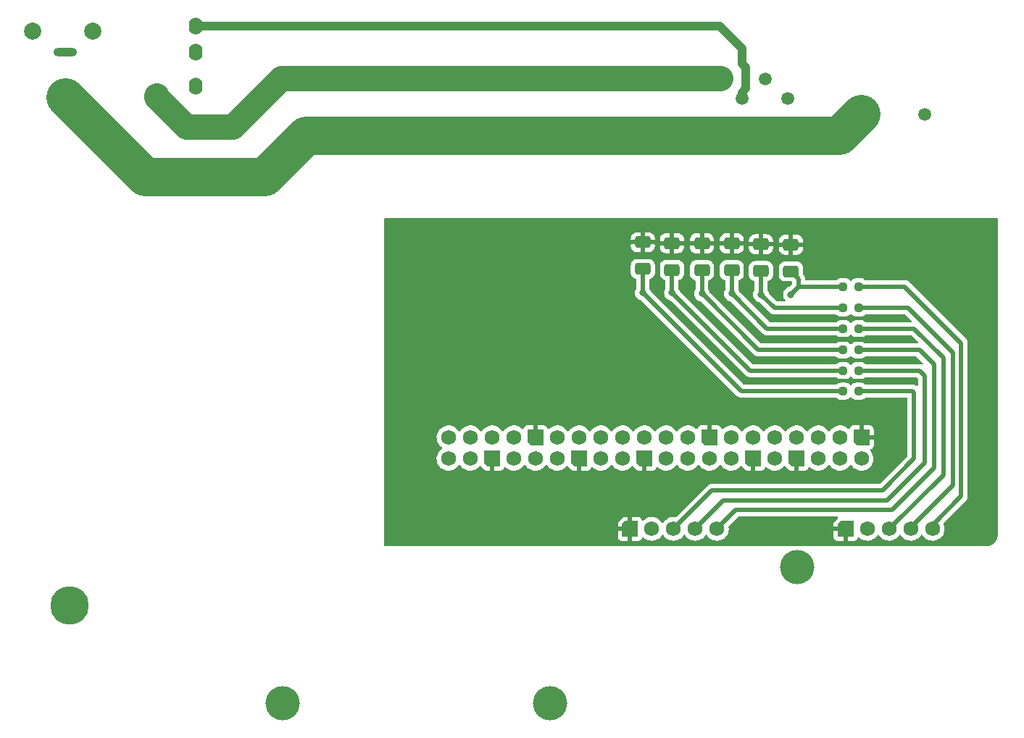
<source format=gtl>
%TF.GenerationSoftware,KiCad,Pcbnew,(6.0.4)*%
%TF.CreationDate,2022-07-25T21:25:33-05:00*%
%TF.ProjectId,SchiitBox,53636869-6974-4426-9f78-2e6b69636164,rev?*%
%TF.SameCoordinates,Original*%
%TF.FileFunction,Copper,L1,Top*%
%TF.FilePolarity,Positive*%
%FSLAX46Y46*%
G04 Gerber Fmt 4.6, Leading zero omitted, Abs format (unit mm)*
G04 Created by KiCad (PCBNEW (6.0.4)) date 2022-07-25 21:25:33*
%MOMM*%
%LPD*%
G01*
G04 APERTURE LIST*
G04 Aperture macros list*
%AMRoundRect*
0 Rectangle with rounded corners*
0 $1 Rounding radius*
0 $2 $3 $4 $5 $6 $7 $8 $9 X,Y pos of 4 corners*
0 Add a 4 corners polygon primitive as box body*
4,1,4,$2,$3,$4,$5,$6,$7,$8,$9,$2,$3,0*
0 Add four circle primitives for the rounded corners*
1,1,$1+$1,$2,$3*
1,1,$1+$1,$4,$5*
1,1,$1+$1,$6,$7*
1,1,$1+$1,$8,$9*
0 Add four rect primitives between the rounded corners*
20,1,$1+$1,$2,$3,$4,$5,0*
20,1,$1+$1,$4,$5,$6,$7,0*
20,1,$1+$1,$6,$7,$8,$9,0*
20,1,$1+$1,$8,$9,$2,$3,0*%
%AMOutline5P*
0 Free polygon, 5 corners , with rotation*
0 The origin of the aperture is its center*
0 number of corners: always 5*
0 $1 to $10 corner X, Y*
0 $11 Rotation angle, in degrees counterclockwise*
0 create outline with 5 corners*
4,1,5,$1,$2,$3,$4,$5,$6,$7,$8,$9,$10,$1,$2,$11*%
%AMOutline6P*
0 Free polygon, 6 corners , with rotation*
0 The origin of the aperture is its center*
0 number of corners: always 6*
0 $1 to $12 corner X, Y*
0 $13 Rotation angle, in degrees counterclockwise*
0 create outline with 6 corners*
4,1,6,$1,$2,$3,$4,$5,$6,$7,$8,$9,$10,$11,$12,$1,$2,$13*%
%AMOutline7P*
0 Free polygon, 7 corners , with rotation*
0 The origin of the aperture is its center*
0 number of corners: always 7*
0 $1 to $14 corner X, Y*
0 $15 Rotation angle, in degrees counterclockwise*
0 create outline with 7 corners*
4,1,7,$1,$2,$3,$4,$5,$6,$7,$8,$9,$10,$11,$12,$13,$14,$1,$2,$15*%
%AMOutline8P*
0 Free polygon, 8 corners , with rotation*
0 The origin of the aperture is its center*
0 number of corners: always 8*
0 $1 to $16 corner X, Y*
0 $17 Rotation angle, in degrees counterclockwise*
0 create outline with 8 corners*
4,1,8,$1,$2,$3,$4,$5,$6,$7,$8,$9,$10,$11,$12,$13,$14,$15,$16,$1,$2,$17*%
G04 Aperture macros list end*
%TA.AperFunction,ComponentPad*%
%ADD10C,1.752600*%
%TD*%
%TA.AperFunction,WasherPad*%
%ADD11C,4.000000*%
%TD*%
%TA.AperFunction,SMDPad,CuDef*%
%ADD12RoundRect,0.237500X-0.250000X-0.237500X0.250000X-0.237500X0.250000X0.237500X-0.250000X0.237500X0*%
%TD*%
%TA.AperFunction,ComponentPad*%
%ADD13C,1.500000*%
%TD*%
%TA.AperFunction,WasherPad*%
%ADD14C,4.500000*%
%TD*%
%TA.AperFunction,ComponentPad*%
%ADD15O,1.600000X2.000000*%
%TD*%
%TA.AperFunction,WasherPad*%
%ADD16C,2.000000*%
%TD*%
%TA.AperFunction,ComponentPad*%
%ADD17O,1.000000X2.750000*%
%TD*%
%TA.AperFunction,ComponentPad*%
%ADD18O,2.750000X1.000000*%
%TD*%
%TA.AperFunction,SMDPad,CuDef*%
%ADD19RoundRect,0.250000X0.650000X-0.412500X0.650000X0.412500X-0.650000X0.412500X-0.650000X-0.412500X0*%
%TD*%
%TA.AperFunction,ComponentPad*%
%ADD20Outline5P,-0.900000X0.540000X-0.540000X0.900000X0.900000X0.900000X0.900000X-0.900000X-0.900000X-0.900000X0.000000*%
%TD*%
%TA.AperFunction,ComponentPad*%
%ADD21Outline5P,-0.900000X0.900000X0.900000X0.900000X0.900000X-0.900000X-0.540000X-0.900000X-0.900000X-0.540000X0.000000*%
%TD*%
%TA.AperFunction,ViaPad*%
%ADD22C,0.800000*%
%TD*%
%TA.AperFunction,Conductor*%
%ADD23C,3.000000*%
%TD*%
%TA.AperFunction,Conductor*%
%ADD24C,1.000000*%
%TD*%
%TA.AperFunction,Conductor*%
%ADD25C,4.500000*%
%TD*%
%TA.AperFunction,Conductor*%
%ADD26C,0.500000*%
%TD*%
G04 APERTURE END LIST*
D10*
%TO.P,,clk*%
%TO.N,GPIO_14*%
X133860000Y-82000000D03*
%TD*%
D11*
%TO.P,,*%
%TO.N,*%
X118000000Y-86500000D03*
%TD*%
D12*
%TO.P,REF\u002A\u002A,*%
%TO.N,GPIO_2*%
X123387500Y-63500000D03*
X125212500Y-63500000D03*
%TD*%
D13*
%TO.P,,5*%
%TO.N,-*%
X132950000Y-33550000D03*
%TD*%
D11*
%TO.P,,*%
%TO.N,*%
X89200000Y-102400000D03*
%TD*%
D13*
%TO.P,,3*%
%TO.N,g*%
X114300000Y-29400000D03*
%TD*%
D10*
%TO.P,,dt*%
%TO.N,GPIO_13*%
X131320000Y-82000000D03*
%TD*%
D14*
%TO.P,,*%
%TO.N,*%
X33000000Y-91000000D03*
%TD*%
D15*
%TO.P,J1,R1*%
%TO.N,g*%
X47800000Y-26250000D03*
%TO.P,J1,R2*%
%TO.N,w*%
X47800000Y-23250000D03*
%TO.P,J1,S*%
%TO.N,r*%
X43200000Y-31350000D03*
%TO.P,J1,T*%
%TO.N,b*%
X47800000Y-30250000D03*
%TD*%
D10*
%TO.P,,*%
%TO.N,3V3*%
X101040000Y-82000000D03*
%TD*%
D12*
%TO.P,REF\u002A\u002A,*%
%TO.N,GPIO_12*%
X125225000Y-58600000D03*
X123400000Y-58600000D03*
%TD*%
%TO.P,REF\u002A\u002A,*%
%TO.N,GPIO_13*%
X123387500Y-56200000D03*
X125212500Y-56200000D03*
%TD*%
D10*
%TO.P,,clk*%
%TO.N,GPIO_3*%
X108660000Y-82000000D03*
%TD*%
D13*
%TO.P,,1*%
%TO.N,r*%
X109050000Y-29300000D03*
%TD*%
D12*
%TO.P,REF\u002A\u002A,*%
%TO.N,GPIO_14*%
X123400000Y-53700000D03*
X125225000Y-53700000D03*
%TD*%
D16*
%TO.P,REF\u002A\u002A,*%
%TO.N,*%
X35750000Y-23825000D03*
X28750000Y-23825000D03*
D17*
%TO.P,REF\u002A\u002A,1*%
%TO.N,+*%
X32500000Y-31500000D03*
D18*
%TO.P,REF\u002A\u002A,2*%
%TO.N,-*%
X32500000Y-26300000D03*
%TD*%
D19*
%TO.P,REF\u002A\u002A,*%
%TO.N,gnd*%
X117300000Y-48775000D03*
%TO.N,GPIO_14*%
X117300000Y-51900000D03*
%TD*%
D10*
%TO.P,,*%
%TO.N,3V3*%
X126240000Y-82000000D03*
%TD*%
D13*
%TO.P,,1*%
%TO.N,+*%
X125450000Y-33500000D03*
%TD*%
D19*
%TO.P,REF\u002A\u002A,*%
%TO.N,gnd*%
X110400000Y-48637500D03*
%TO.N,GPIO_12*%
X110400000Y-51762500D03*
%TD*%
%TO.P,REF\u002A\u002A,*%
%TO.N,GPIO_2*%
X103400000Y-51725000D03*
%TO.N,gnd*%
X103400000Y-48600000D03*
%TD*%
%TO.P,REF\u002A\u002A,*%
%TO.N,GPIO_0*%
X100000000Y-51625000D03*
%TO.N,gnd*%
X100000000Y-48500000D03*
%TD*%
D12*
%TO.P,REF\u002A\u002A,*%
%TO.N,GPIO_0*%
X123387500Y-65900000D03*
X125212500Y-65900000D03*
%TD*%
D13*
%TO.P,,2*%
%TO.N,w*%
X111600000Y-31700000D03*
%TD*%
D11*
%TO.P,,*%
%TO.N,*%
X57900000Y-102400000D03*
%TD*%
D19*
%TO.P,REF\u002A\u002A,*%
%TO.N,GPIO_3*%
X106900000Y-51762500D03*
%TO.N,gnd*%
X106900000Y-48637500D03*
%TD*%
D10*
%TO.P,,sw*%
%TO.N,GPIO_0*%
X103580000Y-82000000D03*
%TD*%
D20*
%TO.P,,*%
%TO.N,gnd*%
X98500000Y-82000000D03*
%TD*%
D13*
%TO.P,,5*%
%TO.N,b*%
X116950000Y-31700000D03*
%TD*%
D10*
%TO.P,,sw*%
%TO.N,GPIO_12*%
X128780000Y-82000000D03*
%TD*%
D12*
%TO.P,REF\u002A\u002A,*%
%TO.N,GPIO_3*%
X125200000Y-61100000D03*
X123375000Y-61100000D03*
%TD*%
D20*
%TO.P,,*%
%TO.N,gnd*%
X123700000Y-82000000D03*
%TD*%
D10*
%TO.P,,dt*%
%TO.N,GPIO_2*%
X106120000Y-82000000D03*
%TD*%
D19*
%TO.P,REF\u002A\u002A,*%
%TO.N,GPIO_13*%
X113800000Y-51862500D03*
%TO.N,gnd*%
X113800000Y-48737500D03*
%TD*%
D10*
%TO.P,REF\u002A\u002A,*%
%TO.N,GPIO_14*%
X105240000Y-71300000D03*
%TO.N,GPIO_2*%
X92540000Y-71300000D03*
%TO.N,GPIO_13*%
X102700000Y-71300000D03*
%TO.N,GPIO_0*%
X90000000Y-71300000D03*
%TO.N,GPIO_3*%
X95080000Y-71300000D03*
%TO.N,GPIO_12*%
X100160000Y-71300000D03*
%TO.N,3V3*%
X77300000Y-71300000D03*
%TO.P,REF\u002A\u002A,2*%
%TO.N,N/C*%
X79840000Y-71300000D03*
%TO.P,REF\u002A\u002A,3*%
X82380000Y-71300000D03*
X102700000Y-73800000D03*
%TO.P,REF\u002A\u002A,3v3*%
X97620000Y-71300000D03*
%TO.P,REF\u002A\u002A,4*%
X105240000Y-73800000D03*
X84920000Y-71300000D03*
X84920000Y-73800000D03*
%TO.P,REF\u002A\u002A,5*%
X107780000Y-73800000D03*
X87460000Y-73800000D03*
%TO.P,REF\u002A\u002A,6*%
X110320000Y-73800000D03*
X90000000Y-73800000D03*
X110320000Y-71300000D03*
%TO.P,REF\u002A\u002A,7*%
X112860000Y-71300000D03*
%TO.P,REF\u002A\u002A,8*%
X115400000Y-73800000D03*
X115400000Y-71300000D03*
X95080000Y-73800000D03*
%TO.P,REF\u002A\u002A,9*%
X117940000Y-71300000D03*
X97620000Y-73800000D03*
%TO.P,REF\u002A\u002A,10*%
X120480000Y-71300000D03*
X120480000Y-73800000D03*
%TO.P,REF\u002A\u002A,11*%
X123020000Y-73800000D03*
X123020000Y-71300000D03*
%TO.P,REF\u002A\u002A,12*%
X125560000Y-73800000D03*
D21*
%TO.P,REF\u002A\u002A,gnd*%
%TO.N,gnd*%
X87460000Y-71300000D03*
X125560000Y-71300000D03*
X117940000Y-73800000D03*
X100160000Y-73800000D03*
X107780000Y-71300000D03*
X92540000Y-73800000D03*
X112860000Y-73800000D03*
X82380000Y-73800000D03*
D10*
%TO.P,REF\u002A\u002A,vcc*%
%TO.N,N/C*%
X77300000Y-73800000D03*
X79840000Y-73800000D03*
%TD*%
D22*
%TO.N,GPIO_0*%
X100000000Y-54400000D03*
%TO.N,GPIO_2*%
X103400000Y-54400000D03*
%TO.N,GPIO_3*%
X106900000Y-54500000D03*
%TO.N,GPIO_12*%
X110400000Y-54500000D03*
%TO.N,GPIO_13*%
X113800000Y-54600000D03*
%TO.N,GPIO_14*%
X117300000Y-54600000D03*
%TD*%
D23*
%TO.N,r*%
X57750000Y-29300000D02*
X109050000Y-29300000D01*
X43200000Y-31350000D02*
X43200000Y-31500000D01*
X43200000Y-31500000D02*
X46700000Y-35000000D01*
X46700000Y-35000000D02*
X52050000Y-35000000D01*
X52050000Y-35000000D02*
X57750000Y-29300000D01*
D24*
%TO.N,w*%
X109000000Y-23250000D02*
X111600000Y-25850000D01*
X47800000Y-23250000D02*
X109000000Y-23250000D01*
X111600000Y-25850000D02*
X111600000Y-27608039D01*
X111600000Y-27608039D02*
X112049520Y-28057559D01*
X112049520Y-28057559D02*
X112049520Y-30542441D01*
X111600000Y-30991961D02*
X111600000Y-31700000D01*
X112049520Y-30542441D02*
X111600000Y-30991961D01*
D25*
%TO.N,+*%
X32500000Y-31500000D02*
X41800000Y-40800000D01*
X60600000Y-36000000D02*
X122950000Y-36000000D01*
X41800000Y-40800000D02*
X55800000Y-40800000D01*
X55800000Y-40800000D02*
X60600000Y-36000000D01*
X122950000Y-36000000D02*
X125450000Y-33500000D01*
D26*
%TO.N,GPIO_0*%
X100000000Y-54400000D02*
X100000000Y-51625000D01*
X131700000Y-73800000D02*
X131700000Y-66100000D01*
X131500000Y-65900000D02*
X125212500Y-65900000D01*
X131700000Y-66100000D02*
X131500000Y-65900000D01*
X128000000Y-77500000D02*
X131700000Y-73800000D01*
X123387500Y-65900000D02*
X111500000Y-65900000D01*
X103580000Y-82000000D02*
X108080000Y-77500000D01*
X108080000Y-77500000D02*
X128000000Y-77500000D01*
X111500000Y-65900000D02*
X100000000Y-54400000D01*
%TO.N,GPIO_2*%
X132900000Y-64100000D02*
X132300000Y-63500000D01*
X109420000Y-78700000D02*
X128500000Y-78700000D01*
X112500000Y-63500000D02*
X103400000Y-54400000D01*
X132300000Y-63500000D02*
X125212500Y-63500000D01*
X123387500Y-63500000D02*
X112500000Y-63500000D01*
X106120000Y-82000000D02*
X109420000Y-78700000D01*
X132900000Y-74300000D02*
X132900000Y-64100000D01*
X103400000Y-54400000D02*
X103400000Y-51725000D01*
X128500000Y-78700000D02*
X132900000Y-74300000D01*
%TO.N,GPIO_3*%
X134000000Y-74900000D02*
X134000000Y-62800000D01*
X129100000Y-79800000D02*
X134000000Y-74900000D01*
X113500000Y-61100000D02*
X106900000Y-54500000D01*
X108660000Y-82000000D02*
X110860000Y-79800000D01*
X110860000Y-79800000D02*
X129100000Y-79800000D01*
X106900000Y-54500000D02*
X106900000Y-51762500D01*
X132300000Y-61100000D02*
X125200000Y-61100000D01*
X134000000Y-62800000D02*
X132300000Y-61100000D01*
X123375000Y-61100000D02*
X113500000Y-61100000D01*
%TO.N,GPIO_12*%
X114500000Y-58600000D02*
X110400000Y-54500000D01*
X131700000Y-58600000D02*
X125225000Y-58600000D01*
X135100000Y-62000000D02*
X131700000Y-58600000D01*
X123400000Y-58600000D02*
X114500000Y-58600000D01*
X128780000Y-82000000D02*
X135100000Y-75680000D01*
X135100000Y-75680000D02*
X135100000Y-62000000D01*
X110400000Y-54500000D02*
X110400000Y-51762500D01*
%TO.N,GPIO_13*%
X113800000Y-54600000D02*
X113800000Y-51862500D01*
X131320000Y-81780000D02*
X136200000Y-76900000D01*
X136200000Y-76900000D02*
X136200000Y-61400000D01*
X136200000Y-61400000D02*
X131000000Y-56200000D01*
X131000000Y-56200000D02*
X125212500Y-56200000D01*
X123387500Y-56200000D02*
X115400000Y-56200000D01*
X131320000Y-82000000D02*
X131320000Y-81780000D01*
X115400000Y-56200000D02*
X113800000Y-54600000D01*
%TO.N,GPIO_14*%
X130600000Y-53700000D02*
X125225000Y-53700000D01*
X118200000Y-53700000D02*
X118200000Y-52800000D01*
X123400000Y-53700000D02*
X118200000Y-53700000D01*
X133860000Y-81540000D02*
X137200000Y-78200000D01*
X137200000Y-78200000D02*
X137200000Y-60300000D01*
X133860000Y-82000000D02*
X133860000Y-81540000D01*
X118200000Y-52800000D02*
X117300000Y-51900000D01*
X118200000Y-53700000D02*
X117300000Y-54600000D01*
X137200000Y-60300000D02*
X130600000Y-53700000D01*
%TD*%
%TA.AperFunction,Conductor*%
%TO.N,gnd*%
G36*
X141433621Y-45720002D02*
G01*
X141480114Y-45773658D01*
X141491500Y-45826000D01*
X141491500Y-82550633D01*
X141490000Y-82570018D01*
X141487690Y-82584851D01*
X141487690Y-82584855D01*
X141486309Y-82593724D01*
X141488304Y-82608976D01*
X141489047Y-82634302D01*
X141480434Y-82754735D01*
X141476962Y-82803279D01*
X141474404Y-82821064D01*
X141433001Y-83011392D01*
X141427937Y-83028641D01*
X141359864Y-83211150D01*
X141352396Y-83227502D01*
X141259048Y-83398458D01*
X141249328Y-83413582D01*
X141132598Y-83569514D01*
X141120825Y-83583100D01*
X140983100Y-83720825D01*
X140969514Y-83732598D01*
X140813582Y-83849328D01*
X140798457Y-83859048D01*
X140627491Y-83952402D01*
X140611155Y-83959862D01*
X140578461Y-83972057D01*
X140534433Y-83980000D01*
X69866000Y-83980000D01*
X69797879Y-83959998D01*
X69751386Y-83906342D01*
X69740000Y-83854000D01*
X69740000Y-82944669D01*
X97092001Y-82944669D01*
X97092371Y-82951490D01*
X97097895Y-83002352D01*
X97101521Y-83017604D01*
X97146676Y-83138054D01*
X97155214Y-83153649D01*
X97231715Y-83255724D01*
X97244276Y-83268285D01*
X97346351Y-83344786D01*
X97361946Y-83353324D01*
X97482394Y-83398478D01*
X97497649Y-83402105D01*
X97548514Y-83407631D01*
X97555328Y-83408000D01*
X98227885Y-83408000D01*
X98243124Y-83403525D01*
X98244329Y-83402135D01*
X98246000Y-83394452D01*
X98246000Y-82272115D01*
X98241525Y-82256876D01*
X98240135Y-82255671D01*
X98232452Y-82254000D01*
X97110116Y-82254000D01*
X97094877Y-82258475D01*
X97093672Y-82259865D01*
X97092001Y-82267548D01*
X97092001Y-82944669D01*
X69740000Y-82944669D01*
X69740000Y-81727885D01*
X97092000Y-81727885D01*
X97096475Y-81743124D01*
X97097865Y-81744329D01*
X97105548Y-81746000D01*
X98227885Y-81746000D01*
X98243124Y-81741525D01*
X98244329Y-81740135D01*
X98246000Y-81732452D01*
X98246000Y-80610116D01*
X98241525Y-80594877D01*
X98240135Y-80593672D01*
X98232452Y-80592001D01*
X97922327Y-80592001D01*
X97914408Y-80592501D01*
X97840736Y-80601839D01*
X97824575Y-80606135D01*
X97705757Y-80655473D01*
X97691324Y-80663873D01*
X97633343Y-80708929D01*
X97627456Y-80714124D01*
X97214164Y-81127416D01*
X97208899Y-81133390D01*
X97163418Y-81192076D01*
X97155024Y-81206548D01*
X97105894Y-81325450D01*
X97101629Y-81341593D01*
X97092490Y-81414448D01*
X97092000Y-81422293D01*
X97092000Y-81727885D01*
X69740000Y-81727885D01*
X69740000Y-73766050D01*
X75910869Y-73766050D01*
X75911166Y-73771202D01*
X75911166Y-73771206D01*
X75915983Y-73854740D01*
X75923977Y-73993387D01*
X75974039Y-74215531D01*
X75975983Y-74220317D01*
X75975984Y-74220322D01*
X76057767Y-74421728D01*
X76059711Y-74426515D01*
X76133571Y-74547044D01*
X76175990Y-74616264D01*
X76178692Y-74620674D01*
X76327786Y-74792793D01*
X76502989Y-74938249D01*
X76507441Y-74940851D01*
X76507446Y-74940854D01*
X76601540Y-74995838D01*
X76699597Y-75053138D01*
X76912329Y-75134372D01*
X76917395Y-75135403D01*
X76917396Y-75135403D01*
X76923191Y-75136582D01*
X77135472Y-75179771D01*
X77263288Y-75184458D01*
X77357870Y-75187927D01*
X77357875Y-75187927D01*
X77363034Y-75188116D01*
X77368154Y-75187460D01*
X77368156Y-75187460D01*
X77440344Y-75178212D01*
X77588903Y-75159181D01*
X77593852Y-75157696D01*
X77593858Y-75157695D01*
X77720204Y-75119789D01*
X77807013Y-75093745D01*
X78011507Y-74993564D01*
X78015711Y-74990566D01*
X78015715Y-74990563D01*
X78093683Y-74934949D01*
X78196893Y-74861330D01*
X78358193Y-74700592D01*
X78468528Y-74547044D01*
X78524523Y-74503396D01*
X78595226Y-74496950D01*
X78658191Y-74529753D01*
X78678283Y-74554735D01*
X78715989Y-74616264D01*
X78715992Y-74616269D01*
X78718692Y-74620674D01*
X78867786Y-74792793D01*
X79042989Y-74938249D01*
X79047441Y-74940851D01*
X79047446Y-74940854D01*
X79141540Y-74995838D01*
X79239597Y-75053138D01*
X79452329Y-75134372D01*
X79457395Y-75135403D01*
X79457396Y-75135403D01*
X79463191Y-75136582D01*
X79675472Y-75179771D01*
X79803288Y-75184458D01*
X79897870Y-75187927D01*
X79897875Y-75187927D01*
X79903034Y-75188116D01*
X79908154Y-75187460D01*
X79908156Y-75187460D01*
X79980344Y-75178212D01*
X80128903Y-75159181D01*
X80133852Y-75157696D01*
X80133858Y-75157695D01*
X80260204Y-75119789D01*
X80347013Y-75093745D01*
X80551507Y-74993564D01*
X80555711Y-74990566D01*
X80555715Y-74990563D01*
X80633683Y-74934949D01*
X80736893Y-74861330D01*
X80898193Y-74700592D01*
X80901209Y-74696395D01*
X80901216Y-74696387D01*
X80905301Y-74690702D01*
X80961297Y-74647056D01*
X81032000Y-74640612D01*
X81096716Y-74675136D01*
X81507416Y-75085836D01*
X81513390Y-75091101D01*
X81572076Y-75136582D01*
X81586548Y-75144976D01*
X81705450Y-75194106D01*
X81721593Y-75198371D01*
X81794448Y-75207510D01*
X81802293Y-75208000D01*
X82107885Y-75208000D01*
X82123124Y-75203525D01*
X82124329Y-75202135D01*
X82126000Y-75194452D01*
X82126000Y-73672000D01*
X82146002Y-73603879D01*
X82199658Y-73557386D01*
X82252000Y-73546000D01*
X82508000Y-73546000D01*
X82576121Y-73566002D01*
X82622614Y-73619658D01*
X82634000Y-73672000D01*
X82634000Y-75189884D01*
X82638475Y-75205123D01*
X82639865Y-75206328D01*
X82647548Y-75207999D01*
X83324669Y-75207999D01*
X83331490Y-75207629D01*
X83382352Y-75202105D01*
X83397604Y-75198479D01*
X83518054Y-75153324D01*
X83533649Y-75144786D01*
X83635724Y-75068285D01*
X83648285Y-75055724D01*
X83724786Y-74953649D01*
X83733324Y-74938054D01*
X83763580Y-74857347D01*
X83806222Y-74800583D01*
X83872783Y-74775883D01*
X83942132Y-74791091D01*
X83962042Y-74804629D01*
X84122989Y-74938249D01*
X84127441Y-74940851D01*
X84127446Y-74940854D01*
X84221540Y-74995838D01*
X84319597Y-75053138D01*
X84532329Y-75134372D01*
X84537395Y-75135403D01*
X84537396Y-75135403D01*
X84543191Y-75136582D01*
X84755472Y-75179771D01*
X84883288Y-75184458D01*
X84977870Y-75187927D01*
X84977875Y-75187927D01*
X84983034Y-75188116D01*
X84988154Y-75187460D01*
X84988156Y-75187460D01*
X85060344Y-75178212D01*
X85208903Y-75159181D01*
X85213852Y-75157696D01*
X85213858Y-75157695D01*
X85340204Y-75119789D01*
X85427013Y-75093745D01*
X85631507Y-74993564D01*
X85635711Y-74990566D01*
X85635715Y-74990563D01*
X85713683Y-74934949D01*
X85816893Y-74861330D01*
X85978193Y-74700592D01*
X86088528Y-74547044D01*
X86144523Y-74503396D01*
X86215226Y-74496950D01*
X86278191Y-74529753D01*
X86298283Y-74554735D01*
X86335989Y-74616264D01*
X86335992Y-74616269D01*
X86338692Y-74620674D01*
X86487786Y-74792793D01*
X86662989Y-74938249D01*
X86667441Y-74940851D01*
X86667446Y-74940854D01*
X86761540Y-74995838D01*
X86859597Y-75053138D01*
X87072329Y-75134372D01*
X87077395Y-75135403D01*
X87077396Y-75135403D01*
X87083191Y-75136582D01*
X87295472Y-75179771D01*
X87423288Y-75184458D01*
X87517870Y-75187927D01*
X87517875Y-75187927D01*
X87523034Y-75188116D01*
X87528154Y-75187460D01*
X87528156Y-75187460D01*
X87600344Y-75178212D01*
X87748903Y-75159181D01*
X87753852Y-75157696D01*
X87753858Y-75157695D01*
X87880204Y-75119789D01*
X87967013Y-75093745D01*
X88171507Y-74993564D01*
X88175711Y-74990566D01*
X88175715Y-74990563D01*
X88253683Y-74934949D01*
X88356893Y-74861330D01*
X88518193Y-74700592D01*
X88628528Y-74547044D01*
X88684523Y-74503396D01*
X88755226Y-74496950D01*
X88818191Y-74529753D01*
X88838283Y-74554735D01*
X88875989Y-74616264D01*
X88875992Y-74616269D01*
X88878692Y-74620674D01*
X89027786Y-74792793D01*
X89202989Y-74938249D01*
X89207441Y-74940851D01*
X89207446Y-74940854D01*
X89301540Y-74995838D01*
X89399597Y-75053138D01*
X89612329Y-75134372D01*
X89617395Y-75135403D01*
X89617396Y-75135403D01*
X89623191Y-75136582D01*
X89835472Y-75179771D01*
X89963288Y-75184458D01*
X90057870Y-75187927D01*
X90057875Y-75187927D01*
X90063034Y-75188116D01*
X90068154Y-75187460D01*
X90068156Y-75187460D01*
X90140344Y-75178212D01*
X90288903Y-75159181D01*
X90293852Y-75157696D01*
X90293858Y-75157695D01*
X90420204Y-75119789D01*
X90507013Y-75093745D01*
X90711507Y-74993564D01*
X90715711Y-74990566D01*
X90715715Y-74990563D01*
X90793683Y-74934949D01*
X90896893Y-74861330D01*
X91058193Y-74700592D01*
X91061209Y-74696395D01*
X91061216Y-74696387D01*
X91065301Y-74690702D01*
X91121297Y-74647056D01*
X91192000Y-74640612D01*
X91256716Y-74675136D01*
X91667416Y-75085836D01*
X91673390Y-75091101D01*
X91732076Y-75136582D01*
X91746548Y-75144976D01*
X91865450Y-75194106D01*
X91881593Y-75198371D01*
X91954448Y-75207510D01*
X91962293Y-75208000D01*
X92267885Y-75208000D01*
X92283124Y-75203525D01*
X92284329Y-75202135D01*
X92286000Y-75194452D01*
X92286000Y-73672000D01*
X92306002Y-73603879D01*
X92359658Y-73557386D01*
X92412000Y-73546000D01*
X92668000Y-73546000D01*
X92736121Y-73566002D01*
X92782614Y-73619658D01*
X92794000Y-73672000D01*
X92794000Y-75189884D01*
X92798475Y-75205123D01*
X92799865Y-75206328D01*
X92807548Y-75207999D01*
X93484669Y-75207999D01*
X93491490Y-75207629D01*
X93542352Y-75202105D01*
X93557604Y-75198479D01*
X93678054Y-75153324D01*
X93693649Y-75144786D01*
X93795724Y-75068285D01*
X93808285Y-75055724D01*
X93884786Y-74953649D01*
X93893324Y-74938054D01*
X93923580Y-74857347D01*
X93966222Y-74800583D01*
X94032783Y-74775883D01*
X94102132Y-74791091D01*
X94122042Y-74804629D01*
X94282989Y-74938249D01*
X94287441Y-74940851D01*
X94287446Y-74940854D01*
X94381540Y-74995838D01*
X94479597Y-75053138D01*
X94692329Y-75134372D01*
X94697395Y-75135403D01*
X94697396Y-75135403D01*
X94703191Y-75136582D01*
X94915472Y-75179771D01*
X95043288Y-75184458D01*
X95137870Y-75187927D01*
X95137875Y-75187927D01*
X95143034Y-75188116D01*
X95148154Y-75187460D01*
X95148156Y-75187460D01*
X95220344Y-75178212D01*
X95368903Y-75159181D01*
X95373852Y-75157696D01*
X95373858Y-75157695D01*
X95500204Y-75119789D01*
X95587013Y-75093745D01*
X95791507Y-74993564D01*
X95795711Y-74990566D01*
X95795715Y-74990563D01*
X95873683Y-74934949D01*
X95976893Y-74861330D01*
X96138193Y-74700592D01*
X96248528Y-74547044D01*
X96304523Y-74503396D01*
X96375226Y-74496950D01*
X96438191Y-74529753D01*
X96458283Y-74554735D01*
X96495989Y-74616264D01*
X96495992Y-74616269D01*
X96498692Y-74620674D01*
X96647786Y-74792793D01*
X96822989Y-74938249D01*
X96827441Y-74940851D01*
X96827446Y-74940854D01*
X96921540Y-74995838D01*
X97019597Y-75053138D01*
X97232329Y-75134372D01*
X97237395Y-75135403D01*
X97237396Y-75135403D01*
X97243191Y-75136582D01*
X97455472Y-75179771D01*
X97583288Y-75184458D01*
X97677870Y-75187927D01*
X97677875Y-75187927D01*
X97683034Y-75188116D01*
X97688154Y-75187460D01*
X97688156Y-75187460D01*
X97760344Y-75178212D01*
X97908903Y-75159181D01*
X97913852Y-75157696D01*
X97913858Y-75157695D01*
X98040204Y-75119789D01*
X98127013Y-75093745D01*
X98331507Y-74993564D01*
X98335711Y-74990566D01*
X98335715Y-74990563D01*
X98413683Y-74934949D01*
X98516893Y-74861330D01*
X98678193Y-74700592D01*
X98681209Y-74696395D01*
X98681216Y-74696387D01*
X98685301Y-74690702D01*
X98741297Y-74647056D01*
X98812000Y-74640612D01*
X98876716Y-74675136D01*
X99287416Y-75085836D01*
X99293390Y-75091101D01*
X99352076Y-75136582D01*
X99366548Y-75144976D01*
X99485450Y-75194106D01*
X99501593Y-75198371D01*
X99574448Y-75207510D01*
X99582293Y-75208000D01*
X99887885Y-75208000D01*
X99903124Y-75203525D01*
X99904329Y-75202135D01*
X99906000Y-75194452D01*
X99906000Y-73672000D01*
X99926002Y-73603879D01*
X99979658Y-73557386D01*
X100032000Y-73546000D01*
X100288000Y-73546000D01*
X100356121Y-73566002D01*
X100402614Y-73619658D01*
X100414000Y-73672000D01*
X100414000Y-75189884D01*
X100418475Y-75205123D01*
X100419865Y-75206328D01*
X100427548Y-75207999D01*
X101104669Y-75207999D01*
X101111490Y-75207629D01*
X101162352Y-75202105D01*
X101177604Y-75198479D01*
X101298054Y-75153324D01*
X101313649Y-75144786D01*
X101415724Y-75068285D01*
X101428285Y-75055724D01*
X101504786Y-74953649D01*
X101513324Y-74938054D01*
X101543580Y-74857347D01*
X101586222Y-74800583D01*
X101652783Y-74775883D01*
X101722132Y-74791091D01*
X101742042Y-74804629D01*
X101902989Y-74938249D01*
X101907441Y-74940851D01*
X101907446Y-74940854D01*
X102001540Y-74995838D01*
X102099597Y-75053138D01*
X102312329Y-75134372D01*
X102317395Y-75135403D01*
X102317396Y-75135403D01*
X102323191Y-75136582D01*
X102535472Y-75179771D01*
X102663288Y-75184458D01*
X102757870Y-75187927D01*
X102757875Y-75187927D01*
X102763034Y-75188116D01*
X102768154Y-75187460D01*
X102768156Y-75187460D01*
X102840344Y-75178212D01*
X102988903Y-75159181D01*
X102993852Y-75157696D01*
X102993858Y-75157695D01*
X103120204Y-75119789D01*
X103207013Y-75093745D01*
X103411507Y-74993564D01*
X103415711Y-74990566D01*
X103415715Y-74990563D01*
X103493683Y-74934949D01*
X103596893Y-74861330D01*
X103758193Y-74700592D01*
X103868528Y-74547044D01*
X103924523Y-74503396D01*
X103995226Y-74496950D01*
X104058191Y-74529753D01*
X104078283Y-74554735D01*
X104115989Y-74616264D01*
X104115992Y-74616269D01*
X104118692Y-74620674D01*
X104267786Y-74792793D01*
X104442989Y-74938249D01*
X104447441Y-74940851D01*
X104447446Y-74940854D01*
X104541540Y-74995838D01*
X104639597Y-75053138D01*
X104852329Y-75134372D01*
X104857395Y-75135403D01*
X104857396Y-75135403D01*
X104863191Y-75136582D01*
X105075472Y-75179771D01*
X105203288Y-75184458D01*
X105297870Y-75187927D01*
X105297875Y-75187927D01*
X105303034Y-75188116D01*
X105308154Y-75187460D01*
X105308156Y-75187460D01*
X105380344Y-75178212D01*
X105528903Y-75159181D01*
X105533852Y-75157696D01*
X105533858Y-75157695D01*
X105660204Y-75119789D01*
X105747013Y-75093745D01*
X105951507Y-74993564D01*
X105955711Y-74990566D01*
X105955715Y-74990563D01*
X106033683Y-74934949D01*
X106136893Y-74861330D01*
X106298193Y-74700592D01*
X106408528Y-74547044D01*
X106464523Y-74503396D01*
X106535226Y-74496950D01*
X106598191Y-74529753D01*
X106618283Y-74554735D01*
X106655989Y-74616264D01*
X106655992Y-74616269D01*
X106658692Y-74620674D01*
X106807786Y-74792793D01*
X106982989Y-74938249D01*
X106987441Y-74940851D01*
X106987446Y-74940854D01*
X107081540Y-74995838D01*
X107179597Y-75053138D01*
X107392329Y-75134372D01*
X107397395Y-75135403D01*
X107397396Y-75135403D01*
X107403191Y-75136582D01*
X107615472Y-75179771D01*
X107743288Y-75184458D01*
X107837870Y-75187927D01*
X107837875Y-75187927D01*
X107843034Y-75188116D01*
X107848154Y-75187460D01*
X107848156Y-75187460D01*
X107920344Y-75178212D01*
X108068903Y-75159181D01*
X108073852Y-75157696D01*
X108073858Y-75157695D01*
X108200204Y-75119789D01*
X108287013Y-75093745D01*
X108491507Y-74993564D01*
X108495711Y-74990566D01*
X108495715Y-74990563D01*
X108573683Y-74934949D01*
X108676893Y-74861330D01*
X108838193Y-74700592D01*
X108948528Y-74547044D01*
X109004523Y-74503396D01*
X109075226Y-74496950D01*
X109138191Y-74529753D01*
X109158283Y-74554735D01*
X109195989Y-74616264D01*
X109195992Y-74616269D01*
X109198692Y-74620674D01*
X109347786Y-74792793D01*
X109522989Y-74938249D01*
X109527441Y-74940851D01*
X109527446Y-74940854D01*
X109621540Y-74995838D01*
X109719597Y-75053138D01*
X109932329Y-75134372D01*
X109937395Y-75135403D01*
X109937396Y-75135403D01*
X109943191Y-75136582D01*
X110155472Y-75179771D01*
X110283288Y-75184458D01*
X110377870Y-75187927D01*
X110377875Y-75187927D01*
X110383034Y-75188116D01*
X110388154Y-75187460D01*
X110388156Y-75187460D01*
X110460344Y-75178212D01*
X110608903Y-75159181D01*
X110613852Y-75157696D01*
X110613858Y-75157695D01*
X110740204Y-75119789D01*
X110827013Y-75093745D01*
X111031507Y-74993564D01*
X111035711Y-74990566D01*
X111035715Y-74990563D01*
X111113683Y-74934949D01*
X111216893Y-74861330D01*
X111378193Y-74700592D01*
X111381209Y-74696395D01*
X111381216Y-74696387D01*
X111385301Y-74690702D01*
X111441297Y-74647056D01*
X111512000Y-74640612D01*
X111576716Y-74675136D01*
X111987416Y-75085836D01*
X111993390Y-75091101D01*
X112052076Y-75136582D01*
X112066548Y-75144976D01*
X112185450Y-75194106D01*
X112201593Y-75198371D01*
X112274448Y-75207510D01*
X112282293Y-75208000D01*
X112587885Y-75208000D01*
X112603124Y-75203525D01*
X112604329Y-75202135D01*
X112606000Y-75194452D01*
X112606000Y-73672000D01*
X112626002Y-73603879D01*
X112679658Y-73557386D01*
X112732000Y-73546000D01*
X112988000Y-73546000D01*
X113056121Y-73566002D01*
X113102614Y-73619658D01*
X113114000Y-73672000D01*
X113114000Y-75189884D01*
X113118475Y-75205123D01*
X113119865Y-75206328D01*
X113127548Y-75207999D01*
X113804669Y-75207999D01*
X113811490Y-75207629D01*
X113862352Y-75202105D01*
X113877604Y-75198479D01*
X113998054Y-75153324D01*
X114013649Y-75144786D01*
X114115724Y-75068285D01*
X114128285Y-75055724D01*
X114204786Y-74953649D01*
X114213324Y-74938054D01*
X114243580Y-74857347D01*
X114286222Y-74800583D01*
X114352783Y-74775883D01*
X114422132Y-74791091D01*
X114442042Y-74804629D01*
X114602989Y-74938249D01*
X114607441Y-74940851D01*
X114607446Y-74940854D01*
X114701540Y-74995838D01*
X114799597Y-75053138D01*
X115012329Y-75134372D01*
X115017395Y-75135403D01*
X115017396Y-75135403D01*
X115023191Y-75136582D01*
X115235472Y-75179771D01*
X115363288Y-75184458D01*
X115457870Y-75187927D01*
X115457875Y-75187927D01*
X115463034Y-75188116D01*
X115468154Y-75187460D01*
X115468156Y-75187460D01*
X115540344Y-75178212D01*
X115688903Y-75159181D01*
X115693852Y-75157696D01*
X115693858Y-75157695D01*
X115820204Y-75119789D01*
X115907013Y-75093745D01*
X116111507Y-74993564D01*
X116115711Y-74990566D01*
X116115715Y-74990563D01*
X116193683Y-74934949D01*
X116296893Y-74861330D01*
X116458193Y-74700592D01*
X116461209Y-74696395D01*
X116461216Y-74696387D01*
X116465301Y-74690702D01*
X116521297Y-74647056D01*
X116592000Y-74640612D01*
X116656716Y-74675136D01*
X117067416Y-75085836D01*
X117073390Y-75091101D01*
X117132076Y-75136582D01*
X117146548Y-75144976D01*
X117265450Y-75194106D01*
X117281593Y-75198371D01*
X117354448Y-75207510D01*
X117362293Y-75208000D01*
X117667885Y-75208000D01*
X117683124Y-75203525D01*
X117684329Y-75202135D01*
X117686000Y-75194452D01*
X117686000Y-73672000D01*
X117706002Y-73603879D01*
X117759658Y-73557386D01*
X117812000Y-73546000D01*
X118068000Y-73546000D01*
X118136121Y-73566002D01*
X118182614Y-73619658D01*
X118194000Y-73672000D01*
X118194000Y-75189884D01*
X118198475Y-75205123D01*
X118199865Y-75206328D01*
X118207548Y-75207999D01*
X118884669Y-75207999D01*
X118891490Y-75207629D01*
X118942352Y-75202105D01*
X118957604Y-75198479D01*
X119078054Y-75153324D01*
X119093649Y-75144786D01*
X119195724Y-75068285D01*
X119208285Y-75055724D01*
X119284786Y-74953649D01*
X119293324Y-74938054D01*
X119323580Y-74857347D01*
X119366222Y-74800583D01*
X119432783Y-74775883D01*
X119502132Y-74791091D01*
X119522042Y-74804629D01*
X119682989Y-74938249D01*
X119687441Y-74940851D01*
X119687446Y-74940854D01*
X119781540Y-74995838D01*
X119879597Y-75053138D01*
X120092329Y-75134372D01*
X120097395Y-75135403D01*
X120097396Y-75135403D01*
X120103191Y-75136582D01*
X120315472Y-75179771D01*
X120443288Y-75184458D01*
X120537870Y-75187927D01*
X120537875Y-75187927D01*
X120543034Y-75188116D01*
X120548154Y-75187460D01*
X120548156Y-75187460D01*
X120620344Y-75178212D01*
X120768903Y-75159181D01*
X120773852Y-75157696D01*
X120773858Y-75157695D01*
X120900204Y-75119789D01*
X120987013Y-75093745D01*
X121191507Y-74993564D01*
X121195711Y-74990566D01*
X121195715Y-74990563D01*
X121273683Y-74934949D01*
X121376893Y-74861330D01*
X121538193Y-74700592D01*
X121648528Y-74547044D01*
X121704523Y-74503396D01*
X121775226Y-74496950D01*
X121838191Y-74529753D01*
X121858283Y-74554735D01*
X121895989Y-74616264D01*
X121895992Y-74616269D01*
X121898692Y-74620674D01*
X122047786Y-74792793D01*
X122222989Y-74938249D01*
X122227441Y-74940851D01*
X122227446Y-74940854D01*
X122321540Y-74995838D01*
X122419597Y-75053138D01*
X122632329Y-75134372D01*
X122637395Y-75135403D01*
X122637396Y-75135403D01*
X122643191Y-75136582D01*
X122855472Y-75179771D01*
X122983288Y-75184458D01*
X123077870Y-75187927D01*
X123077875Y-75187927D01*
X123083034Y-75188116D01*
X123088154Y-75187460D01*
X123088156Y-75187460D01*
X123160344Y-75178212D01*
X123308903Y-75159181D01*
X123313852Y-75157696D01*
X123313858Y-75157695D01*
X123440204Y-75119789D01*
X123527013Y-75093745D01*
X123731507Y-74993564D01*
X123735711Y-74990566D01*
X123735715Y-74990563D01*
X123813683Y-74934949D01*
X123916893Y-74861330D01*
X124078193Y-74700592D01*
X124188528Y-74547044D01*
X124244523Y-74503396D01*
X124315226Y-74496950D01*
X124378191Y-74529753D01*
X124398283Y-74554735D01*
X124435989Y-74616264D01*
X124435992Y-74616269D01*
X124438692Y-74620674D01*
X124587786Y-74792793D01*
X124762989Y-74938249D01*
X124767441Y-74940851D01*
X124767446Y-74940854D01*
X124861540Y-74995838D01*
X124959597Y-75053138D01*
X125172329Y-75134372D01*
X125177395Y-75135403D01*
X125177396Y-75135403D01*
X125183191Y-75136582D01*
X125395472Y-75179771D01*
X125523288Y-75184458D01*
X125617870Y-75187927D01*
X125617875Y-75187927D01*
X125623034Y-75188116D01*
X125628154Y-75187460D01*
X125628156Y-75187460D01*
X125700344Y-75178212D01*
X125848903Y-75159181D01*
X125853852Y-75157696D01*
X125853858Y-75157695D01*
X125980204Y-75119789D01*
X126067013Y-75093745D01*
X126271507Y-74993564D01*
X126275711Y-74990566D01*
X126275715Y-74990563D01*
X126353683Y-74934949D01*
X126456893Y-74861330D01*
X126618193Y-74700592D01*
X126751073Y-74515669D01*
X126851967Y-74311526D01*
X126918164Y-74093646D01*
X126930700Y-73998430D01*
X126947450Y-73871201D01*
X126947451Y-73871194D01*
X126947887Y-73867879D01*
X126949546Y-73800000D01*
X126933422Y-73603879D01*
X126931311Y-73578202D01*
X126931310Y-73578196D01*
X126930887Y-73573051D01*
X126875413Y-73352197D01*
X126873354Y-73347461D01*
X126786672Y-73148106D01*
X126786670Y-73148103D01*
X126784612Y-73143369D01*
X126660923Y-72952175D01*
X126592732Y-72877234D01*
X126561681Y-72813388D01*
X126570076Y-72742889D01*
X126615252Y-72688121D01*
X126641696Y-72674452D01*
X126698054Y-72653324D01*
X126713649Y-72644786D01*
X126815724Y-72568285D01*
X126828285Y-72555724D01*
X126904786Y-72453649D01*
X126913324Y-72438054D01*
X126958478Y-72317606D01*
X126962105Y-72302351D01*
X126967631Y-72251486D01*
X126968000Y-72244672D01*
X126968000Y-71572115D01*
X126963525Y-71556876D01*
X126962135Y-71555671D01*
X126954452Y-71554000D01*
X125432000Y-71554000D01*
X125363879Y-71533998D01*
X125317386Y-71480342D01*
X125306000Y-71428000D01*
X125306000Y-71027885D01*
X125814000Y-71027885D01*
X125818475Y-71043124D01*
X125819865Y-71044329D01*
X125827548Y-71046000D01*
X126949884Y-71046000D01*
X126965123Y-71041525D01*
X126966328Y-71040135D01*
X126967999Y-71032452D01*
X126967999Y-70355331D01*
X126967629Y-70348510D01*
X126962105Y-70297648D01*
X126958479Y-70282396D01*
X126913324Y-70161946D01*
X126904786Y-70146351D01*
X126828285Y-70044276D01*
X126815724Y-70031715D01*
X126713649Y-69955214D01*
X126698054Y-69946676D01*
X126577606Y-69901522D01*
X126562351Y-69897895D01*
X126511486Y-69892369D01*
X126504672Y-69892000D01*
X125832115Y-69892000D01*
X125816876Y-69896475D01*
X125815671Y-69897865D01*
X125814000Y-69905548D01*
X125814000Y-71027885D01*
X125306000Y-71027885D01*
X125306000Y-69910116D01*
X125301525Y-69894877D01*
X125300135Y-69893672D01*
X125292452Y-69892001D01*
X124615331Y-69892001D01*
X124608510Y-69892371D01*
X124557648Y-69897895D01*
X124542396Y-69901521D01*
X124421946Y-69946676D01*
X124406351Y-69955214D01*
X124304276Y-70031715D01*
X124291715Y-70044276D01*
X124215214Y-70146351D01*
X124206675Y-70161948D01*
X124176902Y-70241368D01*
X124134261Y-70298133D01*
X124067699Y-70322833D01*
X123998351Y-70307626D01*
X123972992Y-70289293D01*
X123971143Y-70287569D01*
X123967668Y-70283750D01*
X123788963Y-70142618D01*
X123589607Y-70032567D01*
X123473598Y-69991486D01*
X123379829Y-69958280D01*
X123379825Y-69958279D01*
X123374954Y-69956554D01*
X123369861Y-69955647D01*
X123369858Y-69955646D01*
X123155857Y-69917527D01*
X123155851Y-69917526D01*
X123150768Y-69916621D01*
X123063698Y-69915557D01*
X122928239Y-69913902D01*
X122928237Y-69913902D01*
X122923070Y-69913839D01*
X122697976Y-69948283D01*
X122481529Y-70019029D01*
X122279544Y-70124176D01*
X122275411Y-70127279D01*
X122275408Y-70127281D01*
X122229236Y-70161948D01*
X122097444Y-70260900D01*
X121940120Y-70425530D01*
X121924550Y-70448355D01*
X121853784Y-70552094D01*
X121798873Y-70597096D01*
X121728348Y-70605267D01*
X121664601Y-70574013D01*
X121643904Y-70549529D01*
X121583731Y-70456515D01*
X121583729Y-70456512D01*
X121580923Y-70452175D01*
X121427668Y-70283750D01*
X121248963Y-70142618D01*
X121049607Y-70032567D01*
X120933598Y-69991486D01*
X120839829Y-69958280D01*
X120839825Y-69958279D01*
X120834954Y-69956554D01*
X120829861Y-69955647D01*
X120829858Y-69955646D01*
X120615857Y-69917527D01*
X120615851Y-69917526D01*
X120610768Y-69916621D01*
X120523698Y-69915557D01*
X120388239Y-69913902D01*
X120388237Y-69913902D01*
X120383070Y-69913839D01*
X120157976Y-69948283D01*
X119941529Y-70019029D01*
X119739544Y-70124176D01*
X119735411Y-70127279D01*
X119735408Y-70127281D01*
X119689236Y-70161948D01*
X119557444Y-70260900D01*
X119400120Y-70425530D01*
X119384550Y-70448355D01*
X119313784Y-70552094D01*
X119258873Y-70597096D01*
X119188348Y-70605267D01*
X119124601Y-70574013D01*
X119103904Y-70549529D01*
X119043731Y-70456515D01*
X119043729Y-70456512D01*
X119040923Y-70452175D01*
X118887668Y-70283750D01*
X118708963Y-70142618D01*
X118509607Y-70032567D01*
X118393598Y-69991486D01*
X118299829Y-69958280D01*
X118299825Y-69958279D01*
X118294954Y-69956554D01*
X118289861Y-69955647D01*
X118289858Y-69955646D01*
X118075857Y-69917527D01*
X118075851Y-69917526D01*
X118070768Y-69916621D01*
X117983698Y-69915557D01*
X117848239Y-69913902D01*
X117848237Y-69913902D01*
X117843070Y-69913839D01*
X117617976Y-69948283D01*
X117401529Y-70019029D01*
X117199544Y-70124176D01*
X117195411Y-70127279D01*
X117195408Y-70127281D01*
X117149236Y-70161948D01*
X117017444Y-70260900D01*
X116860120Y-70425530D01*
X116844550Y-70448355D01*
X116773784Y-70552094D01*
X116718873Y-70597096D01*
X116648348Y-70605267D01*
X116584601Y-70574013D01*
X116563904Y-70549529D01*
X116503731Y-70456515D01*
X116503729Y-70456512D01*
X116500923Y-70452175D01*
X116347668Y-70283750D01*
X116168963Y-70142618D01*
X115969607Y-70032567D01*
X115853598Y-69991486D01*
X115759829Y-69958280D01*
X115759825Y-69958279D01*
X115754954Y-69956554D01*
X115749861Y-69955647D01*
X115749858Y-69955646D01*
X115535857Y-69917527D01*
X115535851Y-69917526D01*
X115530768Y-69916621D01*
X115443698Y-69915557D01*
X115308239Y-69913902D01*
X115308237Y-69913902D01*
X115303070Y-69913839D01*
X115077976Y-69948283D01*
X114861529Y-70019029D01*
X114659544Y-70124176D01*
X114655411Y-70127279D01*
X114655408Y-70127281D01*
X114609236Y-70161948D01*
X114477444Y-70260900D01*
X114320120Y-70425530D01*
X114304550Y-70448355D01*
X114233784Y-70552094D01*
X114178873Y-70597096D01*
X114108348Y-70605267D01*
X114044601Y-70574013D01*
X114023904Y-70549529D01*
X113963731Y-70456515D01*
X113963729Y-70456512D01*
X113960923Y-70452175D01*
X113807668Y-70283750D01*
X113628963Y-70142618D01*
X113429607Y-70032567D01*
X113313598Y-69991486D01*
X113219829Y-69958280D01*
X113219825Y-69958279D01*
X113214954Y-69956554D01*
X113209861Y-69955647D01*
X113209858Y-69955646D01*
X112995857Y-69917527D01*
X112995851Y-69917526D01*
X112990768Y-69916621D01*
X112903698Y-69915557D01*
X112768239Y-69913902D01*
X112768237Y-69913902D01*
X112763070Y-69913839D01*
X112537976Y-69948283D01*
X112321529Y-70019029D01*
X112119544Y-70124176D01*
X112115411Y-70127279D01*
X112115408Y-70127281D01*
X112069236Y-70161948D01*
X111937444Y-70260900D01*
X111780120Y-70425530D01*
X111764550Y-70448355D01*
X111693784Y-70552094D01*
X111638873Y-70597096D01*
X111568348Y-70605267D01*
X111504601Y-70574013D01*
X111483904Y-70549529D01*
X111423731Y-70456515D01*
X111423729Y-70456512D01*
X111420923Y-70452175D01*
X111267668Y-70283750D01*
X111088963Y-70142618D01*
X110889607Y-70032567D01*
X110773598Y-69991486D01*
X110679829Y-69958280D01*
X110679825Y-69958279D01*
X110674954Y-69956554D01*
X110669861Y-69955647D01*
X110669858Y-69955646D01*
X110455857Y-69917527D01*
X110455851Y-69917526D01*
X110450768Y-69916621D01*
X110363698Y-69915557D01*
X110228239Y-69913902D01*
X110228237Y-69913902D01*
X110223070Y-69913839D01*
X109997976Y-69948283D01*
X109781529Y-70019029D01*
X109579544Y-70124176D01*
X109575411Y-70127279D01*
X109575408Y-70127281D01*
X109529236Y-70161948D01*
X109397444Y-70260900D01*
X109373023Y-70286455D01*
X109311502Y-70321885D01*
X109240589Y-70318429D01*
X109182802Y-70277184D01*
X109163948Y-70243634D01*
X109133324Y-70161946D01*
X109124786Y-70146351D01*
X109048285Y-70044276D01*
X109035724Y-70031715D01*
X108933649Y-69955214D01*
X108918054Y-69946676D01*
X108797606Y-69901522D01*
X108782351Y-69897895D01*
X108731486Y-69892369D01*
X108724672Y-69892000D01*
X108052115Y-69892000D01*
X108036876Y-69896475D01*
X108035671Y-69897865D01*
X108034000Y-69905548D01*
X108034000Y-71428000D01*
X108013998Y-71496121D01*
X107960342Y-71542614D01*
X107908000Y-71554000D01*
X107652000Y-71554000D01*
X107583879Y-71533998D01*
X107537386Y-71480342D01*
X107526000Y-71428000D01*
X107526000Y-69910116D01*
X107521525Y-69894877D01*
X107520135Y-69893672D01*
X107512452Y-69892001D01*
X106835331Y-69892001D01*
X106828510Y-69892371D01*
X106777648Y-69897895D01*
X106762396Y-69901521D01*
X106641946Y-69946676D01*
X106626351Y-69955214D01*
X106524276Y-70031715D01*
X106511715Y-70044276D01*
X106435214Y-70146351D01*
X106426675Y-70161948D01*
X106396902Y-70241368D01*
X106354261Y-70298133D01*
X106287699Y-70322833D01*
X106218351Y-70307626D01*
X106192992Y-70289293D01*
X106191143Y-70287569D01*
X106187668Y-70283750D01*
X106008963Y-70142618D01*
X105809607Y-70032567D01*
X105693598Y-69991486D01*
X105599829Y-69958280D01*
X105599825Y-69958279D01*
X105594954Y-69956554D01*
X105589861Y-69955647D01*
X105589858Y-69955646D01*
X105375857Y-69917527D01*
X105375851Y-69917526D01*
X105370768Y-69916621D01*
X105283698Y-69915557D01*
X105148239Y-69913902D01*
X105148237Y-69913902D01*
X105143070Y-69913839D01*
X104917976Y-69948283D01*
X104701529Y-70019029D01*
X104499544Y-70124176D01*
X104495411Y-70127279D01*
X104495408Y-70127281D01*
X104449236Y-70161948D01*
X104317444Y-70260900D01*
X104160120Y-70425530D01*
X104144550Y-70448355D01*
X104073784Y-70552094D01*
X104018873Y-70597096D01*
X103948348Y-70605267D01*
X103884601Y-70574013D01*
X103863904Y-70549529D01*
X103803731Y-70456515D01*
X103803729Y-70456512D01*
X103800923Y-70452175D01*
X103647668Y-70283750D01*
X103468963Y-70142618D01*
X103269607Y-70032567D01*
X103153598Y-69991486D01*
X103059829Y-69958280D01*
X103059825Y-69958279D01*
X103054954Y-69956554D01*
X103049861Y-69955647D01*
X103049858Y-69955646D01*
X102835857Y-69917527D01*
X102835851Y-69917526D01*
X102830768Y-69916621D01*
X102743698Y-69915557D01*
X102608239Y-69913902D01*
X102608237Y-69913902D01*
X102603070Y-69913839D01*
X102377976Y-69948283D01*
X102161529Y-70019029D01*
X101959544Y-70124176D01*
X101955411Y-70127279D01*
X101955408Y-70127281D01*
X101909236Y-70161948D01*
X101777444Y-70260900D01*
X101620120Y-70425530D01*
X101604550Y-70448355D01*
X101533784Y-70552094D01*
X101478873Y-70597096D01*
X101408348Y-70605267D01*
X101344601Y-70574013D01*
X101323904Y-70549529D01*
X101263731Y-70456515D01*
X101263729Y-70456512D01*
X101260923Y-70452175D01*
X101107668Y-70283750D01*
X100928963Y-70142618D01*
X100729607Y-70032567D01*
X100613598Y-69991486D01*
X100519829Y-69958280D01*
X100519825Y-69958279D01*
X100514954Y-69956554D01*
X100509861Y-69955647D01*
X100509858Y-69955646D01*
X100295857Y-69917527D01*
X100295851Y-69917526D01*
X100290768Y-69916621D01*
X100203698Y-69915557D01*
X100068239Y-69913902D01*
X100068237Y-69913902D01*
X100063070Y-69913839D01*
X99837976Y-69948283D01*
X99621529Y-70019029D01*
X99419544Y-70124176D01*
X99415411Y-70127279D01*
X99415408Y-70127281D01*
X99369236Y-70161948D01*
X99237444Y-70260900D01*
X99080120Y-70425530D01*
X99064550Y-70448355D01*
X98993784Y-70552094D01*
X98938873Y-70597096D01*
X98868348Y-70605267D01*
X98804601Y-70574013D01*
X98783904Y-70549529D01*
X98723731Y-70456515D01*
X98723729Y-70456512D01*
X98720923Y-70452175D01*
X98567668Y-70283750D01*
X98388963Y-70142618D01*
X98189607Y-70032567D01*
X98073598Y-69991486D01*
X97979829Y-69958280D01*
X97979825Y-69958279D01*
X97974954Y-69956554D01*
X97969861Y-69955647D01*
X97969858Y-69955646D01*
X97755857Y-69917527D01*
X97755851Y-69917526D01*
X97750768Y-69916621D01*
X97663698Y-69915557D01*
X97528239Y-69913902D01*
X97528237Y-69913902D01*
X97523070Y-69913839D01*
X97297976Y-69948283D01*
X97081529Y-70019029D01*
X96879544Y-70124176D01*
X96875411Y-70127279D01*
X96875408Y-70127281D01*
X96829236Y-70161948D01*
X96697444Y-70260900D01*
X96540120Y-70425530D01*
X96524550Y-70448355D01*
X96453784Y-70552094D01*
X96398873Y-70597096D01*
X96328348Y-70605267D01*
X96264601Y-70574013D01*
X96243904Y-70549529D01*
X96183731Y-70456515D01*
X96183729Y-70456512D01*
X96180923Y-70452175D01*
X96027668Y-70283750D01*
X95848963Y-70142618D01*
X95649607Y-70032567D01*
X95533598Y-69991486D01*
X95439829Y-69958280D01*
X95439825Y-69958279D01*
X95434954Y-69956554D01*
X95429861Y-69955647D01*
X95429858Y-69955646D01*
X95215857Y-69917527D01*
X95215851Y-69917526D01*
X95210768Y-69916621D01*
X95123698Y-69915557D01*
X94988239Y-69913902D01*
X94988237Y-69913902D01*
X94983070Y-69913839D01*
X94757976Y-69948283D01*
X94541529Y-70019029D01*
X94339544Y-70124176D01*
X94335411Y-70127279D01*
X94335408Y-70127281D01*
X94289236Y-70161948D01*
X94157444Y-70260900D01*
X94000120Y-70425530D01*
X93984550Y-70448355D01*
X93913784Y-70552094D01*
X93858873Y-70597096D01*
X93788348Y-70605267D01*
X93724601Y-70574013D01*
X93703904Y-70549529D01*
X93643731Y-70456515D01*
X93643729Y-70456512D01*
X93640923Y-70452175D01*
X93487668Y-70283750D01*
X93308963Y-70142618D01*
X93109607Y-70032567D01*
X92993598Y-69991486D01*
X92899829Y-69958280D01*
X92899825Y-69958279D01*
X92894954Y-69956554D01*
X92889861Y-69955647D01*
X92889858Y-69955646D01*
X92675857Y-69917527D01*
X92675851Y-69917526D01*
X92670768Y-69916621D01*
X92583698Y-69915557D01*
X92448239Y-69913902D01*
X92448237Y-69913902D01*
X92443070Y-69913839D01*
X92217976Y-69948283D01*
X92001529Y-70019029D01*
X91799544Y-70124176D01*
X91795411Y-70127279D01*
X91795408Y-70127281D01*
X91749236Y-70161948D01*
X91617444Y-70260900D01*
X91460120Y-70425530D01*
X91444550Y-70448355D01*
X91373784Y-70552094D01*
X91318873Y-70597096D01*
X91248348Y-70605267D01*
X91184601Y-70574013D01*
X91163904Y-70549529D01*
X91103731Y-70456515D01*
X91103729Y-70456512D01*
X91100923Y-70452175D01*
X90947668Y-70283750D01*
X90768963Y-70142618D01*
X90569607Y-70032567D01*
X90453598Y-69991486D01*
X90359829Y-69958280D01*
X90359825Y-69958279D01*
X90354954Y-69956554D01*
X90349861Y-69955647D01*
X90349858Y-69955646D01*
X90135857Y-69917527D01*
X90135851Y-69917526D01*
X90130768Y-69916621D01*
X90043698Y-69915557D01*
X89908239Y-69913902D01*
X89908237Y-69913902D01*
X89903070Y-69913839D01*
X89677976Y-69948283D01*
X89461529Y-70019029D01*
X89259544Y-70124176D01*
X89255411Y-70127279D01*
X89255408Y-70127281D01*
X89209236Y-70161948D01*
X89077444Y-70260900D01*
X89053023Y-70286455D01*
X88991502Y-70321885D01*
X88920589Y-70318429D01*
X88862802Y-70277184D01*
X88843948Y-70243634D01*
X88813324Y-70161946D01*
X88804786Y-70146351D01*
X88728285Y-70044276D01*
X88715724Y-70031715D01*
X88613649Y-69955214D01*
X88598054Y-69946676D01*
X88477606Y-69901522D01*
X88462351Y-69897895D01*
X88411486Y-69892369D01*
X88404672Y-69892000D01*
X87732115Y-69892000D01*
X87716876Y-69896475D01*
X87715671Y-69897865D01*
X87714000Y-69905548D01*
X87714000Y-71428000D01*
X87693998Y-71496121D01*
X87640342Y-71542614D01*
X87588000Y-71554000D01*
X87332000Y-71554000D01*
X87263879Y-71533998D01*
X87217386Y-71480342D01*
X87206000Y-71428000D01*
X87206000Y-69910116D01*
X87201525Y-69894877D01*
X87200135Y-69893672D01*
X87192452Y-69892001D01*
X86515331Y-69892001D01*
X86508510Y-69892371D01*
X86457648Y-69897895D01*
X86442396Y-69901521D01*
X86321946Y-69946676D01*
X86306351Y-69955214D01*
X86204276Y-70031715D01*
X86191715Y-70044276D01*
X86115214Y-70146351D01*
X86106675Y-70161948D01*
X86076902Y-70241368D01*
X86034261Y-70298133D01*
X85967699Y-70322833D01*
X85898351Y-70307626D01*
X85872992Y-70289293D01*
X85871143Y-70287569D01*
X85867668Y-70283750D01*
X85688963Y-70142618D01*
X85489607Y-70032567D01*
X85373598Y-69991486D01*
X85279829Y-69958280D01*
X85279825Y-69958279D01*
X85274954Y-69956554D01*
X85269861Y-69955647D01*
X85269858Y-69955646D01*
X85055857Y-69917527D01*
X85055851Y-69917526D01*
X85050768Y-69916621D01*
X84963698Y-69915557D01*
X84828239Y-69913902D01*
X84828237Y-69913902D01*
X84823070Y-69913839D01*
X84597976Y-69948283D01*
X84381529Y-70019029D01*
X84179544Y-70124176D01*
X84175411Y-70127279D01*
X84175408Y-70127281D01*
X84129236Y-70161948D01*
X83997444Y-70260900D01*
X83840120Y-70425530D01*
X83824550Y-70448355D01*
X83753784Y-70552094D01*
X83698873Y-70597096D01*
X83628348Y-70605267D01*
X83564601Y-70574013D01*
X83543904Y-70549529D01*
X83483731Y-70456515D01*
X83483729Y-70456512D01*
X83480923Y-70452175D01*
X83327668Y-70283750D01*
X83148963Y-70142618D01*
X82949607Y-70032567D01*
X82833598Y-69991486D01*
X82739829Y-69958280D01*
X82739825Y-69958279D01*
X82734954Y-69956554D01*
X82729861Y-69955647D01*
X82729858Y-69955646D01*
X82515857Y-69917527D01*
X82515851Y-69917526D01*
X82510768Y-69916621D01*
X82423698Y-69915557D01*
X82288239Y-69913902D01*
X82288237Y-69913902D01*
X82283070Y-69913839D01*
X82057976Y-69948283D01*
X81841529Y-70019029D01*
X81639544Y-70124176D01*
X81635411Y-70127279D01*
X81635408Y-70127281D01*
X81589236Y-70161948D01*
X81457444Y-70260900D01*
X81300120Y-70425530D01*
X81284550Y-70448355D01*
X81213784Y-70552094D01*
X81158873Y-70597096D01*
X81088348Y-70605267D01*
X81024601Y-70574013D01*
X81003904Y-70549529D01*
X80943731Y-70456515D01*
X80943729Y-70456512D01*
X80940923Y-70452175D01*
X80787668Y-70283750D01*
X80608963Y-70142618D01*
X80409607Y-70032567D01*
X80293598Y-69991486D01*
X80199829Y-69958280D01*
X80199825Y-69958279D01*
X80194954Y-69956554D01*
X80189861Y-69955647D01*
X80189858Y-69955646D01*
X79975857Y-69917527D01*
X79975851Y-69917526D01*
X79970768Y-69916621D01*
X79883698Y-69915557D01*
X79748239Y-69913902D01*
X79748237Y-69913902D01*
X79743070Y-69913839D01*
X79517976Y-69948283D01*
X79301529Y-70019029D01*
X79099544Y-70124176D01*
X79095411Y-70127279D01*
X79095408Y-70127281D01*
X79049236Y-70161948D01*
X78917444Y-70260900D01*
X78760120Y-70425530D01*
X78744550Y-70448355D01*
X78673784Y-70552094D01*
X78618873Y-70597096D01*
X78548348Y-70605267D01*
X78484601Y-70574013D01*
X78463904Y-70549529D01*
X78403731Y-70456515D01*
X78403729Y-70456512D01*
X78400923Y-70452175D01*
X78247668Y-70283750D01*
X78068963Y-70142618D01*
X77869607Y-70032567D01*
X77753598Y-69991486D01*
X77659829Y-69958280D01*
X77659825Y-69958279D01*
X77654954Y-69956554D01*
X77649861Y-69955647D01*
X77649858Y-69955646D01*
X77435857Y-69917527D01*
X77435851Y-69917526D01*
X77430768Y-69916621D01*
X77343698Y-69915557D01*
X77208239Y-69913902D01*
X77208237Y-69913902D01*
X77203070Y-69913839D01*
X76977976Y-69948283D01*
X76761529Y-70019029D01*
X76559544Y-70124176D01*
X76555411Y-70127279D01*
X76555408Y-70127281D01*
X76509236Y-70161948D01*
X76377444Y-70260900D01*
X76220120Y-70425530D01*
X76217209Y-70429798D01*
X76217205Y-70429803D01*
X76145928Y-70534292D01*
X76091797Y-70613645D01*
X75995921Y-70820192D01*
X75935067Y-71039625D01*
X75910869Y-71266050D01*
X75911166Y-71271202D01*
X75911166Y-71271206D01*
X75915983Y-71354740D01*
X75923977Y-71493387D01*
X75925112Y-71498424D01*
X75925113Y-71498430D01*
X75941719Y-71572115D01*
X75974039Y-71715531D01*
X75975983Y-71720317D01*
X75975984Y-71720322D01*
X76057767Y-71921728D01*
X76059711Y-71926515D01*
X76133571Y-72047044D01*
X76175990Y-72116264D01*
X76178692Y-72120674D01*
X76327786Y-72292793D01*
X76502989Y-72438249D01*
X76507447Y-72440854D01*
X76510303Y-72442523D01*
X76511224Y-72443499D01*
X76511691Y-72443826D01*
X76511623Y-72443922D01*
X76559028Y-72494160D01*
X76572101Y-72563943D01*
X76545372Y-72629716D01*
X76522395Y-72652068D01*
X76377444Y-72760900D01*
X76220120Y-72925530D01*
X76217209Y-72929798D01*
X76217205Y-72929803D01*
X76145928Y-73034292D01*
X76091797Y-73113645D01*
X75995921Y-73320192D01*
X75935067Y-73539625D01*
X75910869Y-73766050D01*
X69740000Y-73766050D01*
X69740000Y-52087900D01*
X98591500Y-52087900D01*
X98591837Y-52091146D01*
X98591837Y-52091150D01*
X98601537Y-52184634D01*
X98602474Y-52193666D01*
X98604655Y-52200202D01*
X98604655Y-52200204D01*
X98616537Y-52235819D01*
X98658450Y-52361446D01*
X98751522Y-52511848D01*
X98876697Y-52636805D01*
X98882927Y-52640645D01*
X98882928Y-52640646D01*
X99020275Y-52725308D01*
X99027262Y-52729615D01*
X99116971Y-52759370D01*
X99155167Y-52772039D01*
X99213527Y-52812469D01*
X99240764Y-52878034D01*
X99241500Y-52891632D01*
X99241500Y-53863001D01*
X99224619Y-53926000D01*
X99165473Y-54028444D01*
X99106458Y-54210072D01*
X99105768Y-54216633D01*
X99105768Y-54216635D01*
X99092020Y-54347444D01*
X99086496Y-54400000D01*
X99087186Y-54406565D01*
X99099837Y-54526929D01*
X99106458Y-54589928D01*
X99165473Y-54771556D01*
X99168776Y-54777278D01*
X99168777Y-54777279D01*
X99172291Y-54783365D01*
X99260960Y-54936944D01*
X99388747Y-55078866D01*
X99487843Y-55150864D01*
X99526385Y-55178866D01*
X99543248Y-55191118D01*
X99549276Y-55193802D01*
X99549278Y-55193803D01*
X99711681Y-55266109D01*
X99717712Y-55268794D01*
X99724167Y-55270166D01*
X99724176Y-55270169D01*
X99780772Y-55282199D01*
X99843669Y-55316350D01*
X110916230Y-66388911D01*
X110928616Y-66403323D01*
X110937149Y-66414918D01*
X110937154Y-66414923D01*
X110941492Y-66420818D01*
X110947070Y-66425557D01*
X110947073Y-66425560D01*
X110981768Y-66455035D01*
X110989284Y-66461965D01*
X110994979Y-66467660D01*
X110997861Y-66469940D01*
X111017251Y-66485281D01*
X111020655Y-66488072D01*
X111070703Y-66530591D01*
X111076285Y-66535333D01*
X111082801Y-66538661D01*
X111087850Y-66542028D01*
X111092979Y-66545195D01*
X111098716Y-66549734D01*
X111164875Y-66580655D01*
X111168769Y-66582558D01*
X111233808Y-66615769D01*
X111240916Y-66617508D01*
X111246559Y-66619607D01*
X111252322Y-66621524D01*
X111258950Y-66624622D01*
X111266112Y-66626112D01*
X111266113Y-66626112D01*
X111330412Y-66639486D01*
X111334696Y-66640456D01*
X111405610Y-66657808D01*
X111411212Y-66658156D01*
X111411215Y-66658156D01*
X111416764Y-66658500D01*
X111416762Y-66658536D01*
X111420755Y-66658775D01*
X111424947Y-66659149D01*
X111432115Y-66660640D01*
X111509520Y-66658546D01*
X111512928Y-66658500D01*
X122551323Y-66658500D01*
X122619444Y-66678502D01*
X122640334Y-66695321D01*
X122671997Y-66726929D01*
X122820080Y-66818209D01*
X122985191Y-66872974D01*
X122992027Y-66873674D01*
X122992030Y-66873675D01*
X123043526Y-66878951D01*
X123087928Y-66883500D01*
X123687072Y-66883500D01*
X123690318Y-66883163D01*
X123690322Y-66883163D01*
X123784235Y-66873419D01*
X123784239Y-66873418D01*
X123791093Y-66872707D01*
X123797629Y-66870526D01*
X123797631Y-66870526D01*
X123930395Y-66826232D01*
X123956107Y-66817654D01*
X124104031Y-66726116D01*
X124169393Y-66660640D01*
X124210747Y-66619214D01*
X124273030Y-66585135D01*
X124343850Y-66590138D01*
X124388937Y-66619059D01*
X124491812Y-66721754D01*
X124491817Y-66721758D01*
X124496997Y-66726929D01*
X124645080Y-66818209D01*
X124810191Y-66872974D01*
X124817027Y-66873674D01*
X124817030Y-66873675D01*
X124868526Y-66878951D01*
X124912928Y-66883500D01*
X125512072Y-66883500D01*
X125515318Y-66883163D01*
X125515322Y-66883163D01*
X125609235Y-66873419D01*
X125609239Y-66873418D01*
X125616093Y-66872707D01*
X125622629Y-66870526D01*
X125622631Y-66870526D01*
X125755395Y-66826232D01*
X125781107Y-66817654D01*
X125929031Y-66726116D01*
X125959612Y-66695482D01*
X126021895Y-66661403D01*
X126048785Y-66658500D01*
X130815500Y-66658500D01*
X130883621Y-66678502D01*
X130930114Y-66732158D01*
X130941500Y-66784500D01*
X130941500Y-73433629D01*
X130921498Y-73501750D01*
X130904595Y-73522724D01*
X127722724Y-76704595D01*
X127660412Y-76738621D01*
X127633629Y-76741500D01*
X108147070Y-76741500D01*
X108128120Y-76740067D01*
X108113885Y-76737901D01*
X108113881Y-76737901D01*
X108106651Y-76736801D01*
X108099359Y-76737394D01*
X108099356Y-76737394D01*
X108053982Y-76741085D01*
X108043767Y-76741500D01*
X108035707Y-76741500D01*
X108022417Y-76743049D01*
X108007493Y-76744789D01*
X108003118Y-76745222D01*
X107937661Y-76750546D01*
X107937658Y-76750547D01*
X107930363Y-76751140D01*
X107923399Y-76753396D01*
X107917440Y-76754587D01*
X107911585Y-76755971D01*
X107904319Y-76756818D01*
X107835673Y-76781735D01*
X107831545Y-76783152D01*
X107769064Y-76803393D01*
X107769062Y-76803394D01*
X107762101Y-76805649D01*
X107755846Y-76809445D01*
X107750372Y-76811951D01*
X107744942Y-76814670D01*
X107738063Y-76817167D01*
X107731943Y-76821180D01*
X107731942Y-76821180D01*
X107677024Y-76857186D01*
X107673320Y-76859523D01*
X107610893Y-76897405D01*
X107602516Y-76904803D01*
X107602492Y-76904776D01*
X107599500Y-76907429D01*
X107596267Y-76910132D01*
X107590148Y-76914144D01*
X107585116Y-76919456D01*
X107536872Y-76970383D01*
X107534494Y-76972825D01*
X103909973Y-80597346D01*
X103847661Y-80631372D01*
X103798786Y-80632299D01*
X103710768Y-80616621D01*
X103623698Y-80615557D01*
X103488239Y-80613902D01*
X103488237Y-80613902D01*
X103483070Y-80613839D01*
X103257976Y-80648283D01*
X103041529Y-80719029D01*
X102839544Y-80824176D01*
X102835411Y-80827279D01*
X102835408Y-80827281D01*
X102680440Y-80943634D01*
X102657444Y-80960900D01*
X102500120Y-81125530D01*
X102484550Y-81148355D01*
X102413784Y-81252094D01*
X102358873Y-81297096D01*
X102288348Y-81305267D01*
X102224601Y-81274013D01*
X102203904Y-81249529D01*
X102143731Y-81156515D01*
X102143729Y-81156512D01*
X102140923Y-81152175D01*
X101987668Y-80983750D01*
X101808963Y-80842618D01*
X101609607Y-80732567D01*
X101493598Y-80691486D01*
X101399829Y-80658280D01*
X101399825Y-80658279D01*
X101394954Y-80656554D01*
X101389861Y-80655647D01*
X101389858Y-80655646D01*
X101175857Y-80617527D01*
X101175851Y-80617526D01*
X101170768Y-80616621D01*
X101083698Y-80615557D01*
X100948239Y-80613902D01*
X100948237Y-80613902D01*
X100943070Y-80613839D01*
X100717976Y-80648283D01*
X100501529Y-80719029D01*
X100299544Y-80824176D01*
X100295411Y-80827279D01*
X100295408Y-80827281D01*
X100140440Y-80943634D01*
X100117444Y-80960900D01*
X100093023Y-80986455D01*
X100031502Y-81021885D01*
X99960589Y-81018429D01*
X99902802Y-80977184D01*
X99883948Y-80943634D01*
X99853324Y-80861946D01*
X99844786Y-80846351D01*
X99768285Y-80744276D01*
X99755724Y-80731715D01*
X99653649Y-80655214D01*
X99638054Y-80646676D01*
X99517606Y-80601522D01*
X99502351Y-80597895D01*
X99451486Y-80592369D01*
X99444672Y-80592000D01*
X98772115Y-80592000D01*
X98756876Y-80596475D01*
X98755671Y-80597865D01*
X98754000Y-80605548D01*
X98754000Y-83389884D01*
X98758475Y-83405123D01*
X98759865Y-83406328D01*
X98767548Y-83407999D01*
X99444669Y-83407999D01*
X99451490Y-83407629D01*
X99502352Y-83402105D01*
X99517604Y-83398479D01*
X99638054Y-83353324D01*
X99653649Y-83344786D01*
X99755724Y-83268285D01*
X99768285Y-83255724D01*
X99844786Y-83153649D01*
X99853324Y-83138054D01*
X99883580Y-83057347D01*
X99926222Y-83000583D01*
X99992783Y-82975883D01*
X100062132Y-82991091D01*
X100082042Y-83004629D01*
X100242989Y-83138249D01*
X100247441Y-83140851D01*
X100247446Y-83140854D01*
X100382188Y-83219591D01*
X100439597Y-83253138D01*
X100652329Y-83334372D01*
X100657395Y-83335403D01*
X100657396Y-83335403D01*
X100703515Y-83344786D01*
X100875472Y-83379771D01*
X101003288Y-83384458D01*
X101097870Y-83387927D01*
X101097875Y-83387927D01*
X101103034Y-83388116D01*
X101108154Y-83387460D01*
X101108156Y-83387460D01*
X101180344Y-83378212D01*
X101328903Y-83359181D01*
X101333852Y-83357696D01*
X101333858Y-83357695D01*
X101460204Y-83319789D01*
X101547013Y-83293745D01*
X101751507Y-83193564D01*
X101755711Y-83190566D01*
X101755715Y-83190563D01*
X101833683Y-83134949D01*
X101936893Y-83061330D01*
X102098193Y-82900592D01*
X102208528Y-82747044D01*
X102264523Y-82703396D01*
X102335226Y-82696950D01*
X102398191Y-82729753D01*
X102418283Y-82754735D01*
X102455989Y-82816264D01*
X102455992Y-82816269D01*
X102458692Y-82820674D01*
X102607786Y-82992793D01*
X102782989Y-83138249D01*
X102787441Y-83140851D01*
X102787446Y-83140854D01*
X102922188Y-83219591D01*
X102979597Y-83253138D01*
X103192329Y-83334372D01*
X103197395Y-83335403D01*
X103197396Y-83335403D01*
X103243515Y-83344786D01*
X103415472Y-83379771D01*
X103543288Y-83384458D01*
X103637870Y-83387927D01*
X103637875Y-83387927D01*
X103643034Y-83388116D01*
X103648154Y-83387460D01*
X103648156Y-83387460D01*
X103720344Y-83378212D01*
X103868903Y-83359181D01*
X103873852Y-83357696D01*
X103873858Y-83357695D01*
X104000204Y-83319789D01*
X104087013Y-83293745D01*
X104291507Y-83193564D01*
X104295711Y-83190566D01*
X104295715Y-83190563D01*
X104373683Y-83134949D01*
X104476893Y-83061330D01*
X104638193Y-82900592D01*
X104748528Y-82747044D01*
X104804523Y-82703396D01*
X104875226Y-82696950D01*
X104938191Y-82729753D01*
X104958283Y-82754735D01*
X104995989Y-82816264D01*
X104995992Y-82816269D01*
X104998692Y-82820674D01*
X105147786Y-82992793D01*
X105322989Y-83138249D01*
X105327441Y-83140851D01*
X105327446Y-83140854D01*
X105462188Y-83219591D01*
X105519597Y-83253138D01*
X105732329Y-83334372D01*
X105737395Y-83335403D01*
X105737396Y-83335403D01*
X105783515Y-83344786D01*
X105955472Y-83379771D01*
X106083288Y-83384458D01*
X106177870Y-83387927D01*
X106177875Y-83387927D01*
X106183034Y-83388116D01*
X106188154Y-83387460D01*
X106188156Y-83387460D01*
X106260344Y-83378212D01*
X106408903Y-83359181D01*
X106413852Y-83357696D01*
X106413858Y-83357695D01*
X106540204Y-83319789D01*
X106627013Y-83293745D01*
X106831507Y-83193564D01*
X106835711Y-83190566D01*
X106835715Y-83190563D01*
X106913683Y-83134949D01*
X107016893Y-83061330D01*
X107178193Y-82900592D01*
X107288528Y-82747044D01*
X107344523Y-82703396D01*
X107415226Y-82696950D01*
X107478191Y-82729753D01*
X107498283Y-82754735D01*
X107535989Y-82816264D01*
X107535992Y-82816269D01*
X107538692Y-82820674D01*
X107687786Y-82992793D01*
X107862989Y-83138249D01*
X107867441Y-83140851D01*
X107867446Y-83140854D01*
X108002188Y-83219591D01*
X108059597Y-83253138D01*
X108272329Y-83334372D01*
X108277395Y-83335403D01*
X108277396Y-83335403D01*
X108323515Y-83344786D01*
X108495472Y-83379771D01*
X108623288Y-83384458D01*
X108717870Y-83387927D01*
X108717875Y-83387927D01*
X108723034Y-83388116D01*
X108728154Y-83387460D01*
X108728156Y-83387460D01*
X108800344Y-83378212D01*
X108948903Y-83359181D01*
X108953852Y-83357696D01*
X108953858Y-83357695D01*
X109080204Y-83319789D01*
X109167013Y-83293745D01*
X109371507Y-83193564D01*
X109375711Y-83190566D01*
X109375715Y-83190563D01*
X109453683Y-83134949D01*
X109556893Y-83061330D01*
X109673962Y-82944669D01*
X122292001Y-82944669D01*
X122292371Y-82951490D01*
X122297895Y-83002352D01*
X122301521Y-83017604D01*
X122346676Y-83138054D01*
X122355214Y-83153649D01*
X122431715Y-83255724D01*
X122444276Y-83268285D01*
X122546351Y-83344786D01*
X122561946Y-83353324D01*
X122682394Y-83398478D01*
X122697649Y-83402105D01*
X122748514Y-83407631D01*
X122755328Y-83408000D01*
X123427885Y-83408000D01*
X123443124Y-83403525D01*
X123444329Y-83402135D01*
X123446000Y-83394452D01*
X123446000Y-82272115D01*
X123441525Y-82256876D01*
X123440135Y-82255671D01*
X123432452Y-82254000D01*
X122310116Y-82254000D01*
X122294877Y-82258475D01*
X122293672Y-82259865D01*
X122292001Y-82267548D01*
X122292001Y-82944669D01*
X109673962Y-82944669D01*
X109718193Y-82900592D01*
X109851073Y-82715669D01*
X109897563Y-82621605D01*
X109949673Y-82516168D01*
X109949674Y-82516166D01*
X109951967Y-82511526D01*
X110018164Y-82293646D01*
X110021600Y-82267548D01*
X110047450Y-82071201D01*
X110047451Y-82071194D01*
X110047887Y-82067879D01*
X110049546Y-82000000D01*
X110030887Y-81773051D01*
X110031356Y-81773012D01*
X110039586Y-81705684D01*
X110066187Y-81666494D01*
X111137275Y-80595405D01*
X111199587Y-80561380D01*
X111226370Y-80558500D01*
X122678890Y-80558500D01*
X122747011Y-80578502D01*
X122793504Y-80632158D01*
X122803608Y-80702432D01*
X122774114Y-80767012D01*
X122767985Y-80773595D01*
X122414164Y-81127416D01*
X122408899Y-81133390D01*
X122363418Y-81192076D01*
X122355024Y-81206548D01*
X122305894Y-81325450D01*
X122301629Y-81341593D01*
X122292490Y-81414448D01*
X122292000Y-81422293D01*
X122292000Y-81727885D01*
X122296475Y-81743124D01*
X122297865Y-81744329D01*
X122305548Y-81746000D01*
X123828000Y-81746000D01*
X123896121Y-81766002D01*
X123942614Y-81819658D01*
X123954000Y-81872000D01*
X123954000Y-83389884D01*
X123958475Y-83405123D01*
X123959865Y-83406328D01*
X123967548Y-83407999D01*
X124644669Y-83407999D01*
X124651490Y-83407629D01*
X124702352Y-83402105D01*
X124717604Y-83398479D01*
X124838054Y-83353324D01*
X124853649Y-83344786D01*
X124955724Y-83268285D01*
X124968285Y-83255724D01*
X125044786Y-83153649D01*
X125053324Y-83138054D01*
X125083580Y-83057347D01*
X125126222Y-83000583D01*
X125192783Y-82975883D01*
X125262132Y-82991091D01*
X125282042Y-83004629D01*
X125442989Y-83138249D01*
X125447441Y-83140851D01*
X125447446Y-83140854D01*
X125582188Y-83219591D01*
X125639597Y-83253138D01*
X125852329Y-83334372D01*
X125857395Y-83335403D01*
X125857396Y-83335403D01*
X125903515Y-83344786D01*
X126075472Y-83379771D01*
X126203288Y-83384458D01*
X126297870Y-83387927D01*
X126297875Y-83387927D01*
X126303034Y-83388116D01*
X126308154Y-83387460D01*
X126308156Y-83387460D01*
X126380344Y-83378212D01*
X126528903Y-83359181D01*
X126533852Y-83357696D01*
X126533858Y-83357695D01*
X126660204Y-83319789D01*
X126747013Y-83293745D01*
X126951507Y-83193564D01*
X126955711Y-83190566D01*
X126955715Y-83190563D01*
X127033683Y-83134949D01*
X127136893Y-83061330D01*
X127298193Y-82900592D01*
X127408528Y-82747044D01*
X127464523Y-82703396D01*
X127535226Y-82696950D01*
X127598191Y-82729753D01*
X127618283Y-82754735D01*
X127655989Y-82816264D01*
X127655992Y-82816269D01*
X127658692Y-82820674D01*
X127807786Y-82992793D01*
X127982989Y-83138249D01*
X127987441Y-83140851D01*
X127987446Y-83140854D01*
X128122188Y-83219591D01*
X128179597Y-83253138D01*
X128392329Y-83334372D01*
X128397395Y-83335403D01*
X128397396Y-83335403D01*
X128443515Y-83344786D01*
X128615472Y-83379771D01*
X128743288Y-83384458D01*
X128837870Y-83387927D01*
X128837875Y-83387927D01*
X128843034Y-83388116D01*
X128848154Y-83387460D01*
X128848156Y-83387460D01*
X128920344Y-83378212D01*
X129068903Y-83359181D01*
X129073852Y-83357696D01*
X129073858Y-83357695D01*
X129200204Y-83319789D01*
X129287013Y-83293745D01*
X129491507Y-83193564D01*
X129495711Y-83190566D01*
X129495715Y-83190563D01*
X129573683Y-83134949D01*
X129676893Y-83061330D01*
X129838193Y-82900592D01*
X129948528Y-82747044D01*
X130004523Y-82703396D01*
X130075226Y-82696950D01*
X130138191Y-82729753D01*
X130158283Y-82754735D01*
X130195989Y-82816264D01*
X130195992Y-82816269D01*
X130198692Y-82820674D01*
X130347786Y-82992793D01*
X130522989Y-83138249D01*
X130527441Y-83140851D01*
X130527446Y-83140854D01*
X130662188Y-83219591D01*
X130719597Y-83253138D01*
X130932329Y-83334372D01*
X130937395Y-83335403D01*
X130937396Y-83335403D01*
X130983515Y-83344786D01*
X131155472Y-83379771D01*
X131283288Y-83384458D01*
X131377870Y-83387927D01*
X131377875Y-83387927D01*
X131383034Y-83388116D01*
X131388154Y-83387460D01*
X131388156Y-83387460D01*
X131460344Y-83378212D01*
X131608903Y-83359181D01*
X131613852Y-83357696D01*
X131613858Y-83357695D01*
X131740204Y-83319789D01*
X131827013Y-83293745D01*
X132031507Y-83193564D01*
X132035711Y-83190566D01*
X132035715Y-83190563D01*
X132113683Y-83134949D01*
X132216893Y-83061330D01*
X132378193Y-82900592D01*
X132488528Y-82747044D01*
X132544523Y-82703396D01*
X132615226Y-82696950D01*
X132678191Y-82729753D01*
X132698283Y-82754735D01*
X132735989Y-82816264D01*
X132735992Y-82816269D01*
X132738692Y-82820674D01*
X132887786Y-82992793D01*
X133062989Y-83138249D01*
X133067441Y-83140851D01*
X133067446Y-83140854D01*
X133202188Y-83219591D01*
X133259597Y-83253138D01*
X133472329Y-83334372D01*
X133477395Y-83335403D01*
X133477396Y-83335403D01*
X133523515Y-83344786D01*
X133695472Y-83379771D01*
X133823288Y-83384458D01*
X133917870Y-83387927D01*
X133917875Y-83387927D01*
X133923034Y-83388116D01*
X133928154Y-83387460D01*
X133928156Y-83387460D01*
X134000344Y-83378212D01*
X134148903Y-83359181D01*
X134153852Y-83357696D01*
X134153858Y-83357695D01*
X134280204Y-83319789D01*
X134367013Y-83293745D01*
X134571507Y-83193564D01*
X134575711Y-83190566D01*
X134575715Y-83190563D01*
X134653683Y-83134949D01*
X134756893Y-83061330D01*
X134918193Y-82900592D01*
X135051073Y-82715669D01*
X135097563Y-82621605D01*
X135149673Y-82516168D01*
X135149674Y-82516166D01*
X135151967Y-82511526D01*
X135218164Y-82293646D01*
X135221600Y-82267548D01*
X135247450Y-82071201D01*
X135247451Y-82071194D01*
X135247887Y-82067879D01*
X135249546Y-82000000D01*
X135234719Y-81819658D01*
X135231311Y-81778202D01*
X135231310Y-81778196D01*
X135230887Y-81773051D01*
X135175413Y-81552197D01*
X135173355Y-81547464D01*
X135173352Y-81547455D01*
X135132367Y-81453198D01*
X135123546Y-81382751D01*
X135158821Y-81313860D01*
X137688911Y-78783770D01*
X137703323Y-78771384D01*
X137714918Y-78762851D01*
X137714923Y-78762846D01*
X137720818Y-78758508D01*
X137725557Y-78752930D01*
X137725560Y-78752927D01*
X137755035Y-78718232D01*
X137761965Y-78710716D01*
X137767660Y-78705021D01*
X137785281Y-78682749D01*
X137788072Y-78679345D01*
X137830591Y-78629297D01*
X137830592Y-78629295D01*
X137835333Y-78623715D01*
X137838661Y-78617199D01*
X137842028Y-78612150D01*
X137845195Y-78607021D01*
X137849734Y-78601284D01*
X137880655Y-78535125D01*
X137882561Y-78531225D01*
X137915769Y-78466192D01*
X137917508Y-78459084D01*
X137919607Y-78453441D01*
X137921524Y-78447678D01*
X137924622Y-78441050D01*
X137939487Y-78369583D01*
X137940457Y-78365299D01*
X137956473Y-78299845D01*
X137957808Y-78294390D01*
X137958500Y-78283236D01*
X137958536Y-78283238D01*
X137958775Y-78279245D01*
X137959149Y-78275053D01*
X137960640Y-78267885D01*
X137958546Y-78190479D01*
X137958500Y-78187072D01*
X137958500Y-60367070D01*
X137959933Y-60348120D01*
X137962099Y-60333885D01*
X137962099Y-60333881D01*
X137963199Y-60326651D01*
X137961412Y-60304673D01*
X137958915Y-60273982D01*
X137958500Y-60263767D01*
X137958500Y-60255707D01*
X137955209Y-60227480D01*
X137954778Y-60223121D01*
X137949454Y-60157662D01*
X137949453Y-60157659D01*
X137948860Y-60150364D01*
X137946604Y-60143400D01*
X137945417Y-60137461D01*
X137944030Y-60131590D01*
X137943182Y-60124319D01*
X137940686Y-60117443D01*
X137940684Y-60117434D01*
X137918275Y-60055702D01*
X137916865Y-60051598D01*
X137894352Y-59982101D01*
X137890556Y-59975846D01*
X137888057Y-59970387D01*
X137885329Y-59964939D01*
X137882833Y-59958063D01*
X137842805Y-59897010D01*
X137840481Y-59893327D01*
X137805500Y-59835680D01*
X137805499Y-59835679D01*
X137802595Y-59830893D01*
X137795198Y-59822517D01*
X137795225Y-59822493D01*
X137792570Y-59819499D01*
X137789868Y-59816268D01*
X137785856Y-59810148D01*
X137729617Y-59756872D01*
X137727175Y-59754494D01*
X131183770Y-53211089D01*
X131171384Y-53196677D01*
X131162851Y-53185082D01*
X131162846Y-53185077D01*
X131158508Y-53179182D01*
X131152930Y-53174443D01*
X131152927Y-53174440D01*
X131118232Y-53144965D01*
X131110716Y-53138035D01*
X131105021Y-53132340D01*
X131083675Y-53115452D01*
X131082749Y-53114719D01*
X131079345Y-53111928D01*
X131029297Y-53069409D01*
X131029295Y-53069408D01*
X131023715Y-53064667D01*
X131017199Y-53061339D01*
X131012150Y-53057972D01*
X131007021Y-53054805D01*
X131001284Y-53050266D01*
X130935125Y-53019345D01*
X130931225Y-53017439D01*
X130866192Y-52984231D01*
X130859084Y-52982492D01*
X130853441Y-52980393D01*
X130847678Y-52978476D01*
X130841050Y-52975378D01*
X130769583Y-52960513D01*
X130765299Y-52959543D01*
X130694390Y-52942192D01*
X130688788Y-52941844D01*
X130688785Y-52941844D01*
X130683236Y-52941500D01*
X130683238Y-52941464D01*
X130679245Y-52941225D01*
X130675053Y-52940851D01*
X130667885Y-52939360D01*
X130601675Y-52941151D01*
X130590479Y-52941454D01*
X130587072Y-52941500D01*
X126061177Y-52941500D01*
X125993056Y-52921498D01*
X125972166Y-52904679D01*
X125940503Y-52873071D01*
X125792420Y-52781791D01*
X125627309Y-52727026D01*
X125620473Y-52726326D01*
X125620470Y-52726325D01*
X125568974Y-52721049D01*
X125524572Y-52716500D01*
X124925428Y-52716500D01*
X124922182Y-52716837D01*
X124922178Y-52716837D01*
X124828265Y-52726581D01*
X124828261Y-52726582D01*
X124821407Y-52727293D01*
X124814871Y-52729474D01*
X124814869Y-52729474D01*
X124695994Y-52769134D01*
X124656393Y-52782346D01*
X124508469Y-52873884D01*
X124503296Y-52879066D01*
X124401753Y-52980786D01*
X124339470Y-53014865D01*
X124268650Y-53009862D01*
X124223563Y-52980941D01*
X124120688Y-52878246D01*
X124120683Y-52878242D01*
X124115503Y-52873071D01*
X124109116Y-52869134D01*
X123973650Y-52785631D01*
X123973648Y-52785630D01*
X123967420Y-52781791D01*
X123802309Y-52727026D01*
X123795473Y-52726326D01*
X123795470Y-52726325D01*
X123743974Y-52721049D01*
X123699572Y-52716500D01*
X123100428Y-52716500D01*
X123097182Y-52716837D01*
X123097178Y-52716837D01*
X123003265Y-52726581D01*
X123003261Y-52726582D01*
X122996407Y-52727293D01*
X122989871Y-52729474D01*
X122989869Y-52729474D01*
X122870994Y-52769134D01*
X122831393Y-52782346D01*
X122683469Y-52873884D01*
X122678296Y-52879066D01*
X122652888Y-52904518D01*
X122590605Y-52938597D01*
X122563715Y-52941500D01*
X119088708Y-52941500D01*
X119020587Y-52921498D01*
X118974094Y-52867842D01*
X118963123Y-52825715D01*
X118958915Y-52773982D01*
X118958500Y-52763767D01*
X118958500Y-52755707D01*
X118955694Y-52731634D01*
X118955211Y-52727493D01*
X118954778Y-52723118D01*
X118949454Y-52657661D01*
X118949453Y-52657658D01*
X118948860Y-52650363D01*
X118946604Y-52643399D01*
X118945413Y-52637440D01*
X118944029Y-52631585D01*
X118943182Y-52624319D01*
X118918265Y-52555673D01*
X118916848Y-52551545D01*
X118896607Y-52489064D01*
X118896606Y-52489062D01*
X118894351Y-52482101D01*
X118890555Y-52475846D01*
X118888049Y-52470372D01*
X118885330Y-52464942D01*
X118882833Y-52458063D01*
X118842809Y-52397016D01*
X118840472Y-52393312D01*
X118805509Y-52335693D01*
X118805505Y-52335688D01*
X118802595Y-52330892D01*
X118797745Y-52325400D01*
X118795197Y-52322516D01*
X118795223Y-52322493D01*
X118792574Y-52319503D01*
X118789866Y-52316265D01*
X118785856Y-52310148D01*
X118747846Y-52274141D01*
X118712149Y-52212773D01*
X118708500Y-52182669D01*
X118708500Y-51437100D01*
X118704609Y-51399600D01*
X118698238Y-51338192D01*
X118698237Y-51338188D01*
X118697526Y-51331334D01*
X118688029Y-51302866D01*
X118643868Y-51170502D01*
X118641550Y-51163554D01*
X118548478Y-51013152D01*
X118423303Y-50888195D01*
X118415738Y-50883532D01*
X118278968Y-50799225D01*
X118278966Y-50799224D01*
X118272738Y-50795385D01*
X118161382Y-50758450D01*
X118111389Y-50741868D01*
X118111387Y-50741868D01*
X118104861Y-50739703D01*
X118098025Y-50739003D01*
X118098022Y-50739002D01*
X118054969Y-50734591D01*
X118000400Y-50729000D01*
X116599600Y-50729000D01*
X116596354Y-50729337D01*
X116596350Y-50729337D01*
X116500692Y-50739262D01*
X116500688Y-50739263D01*
X116493834Y-50739974D01*
X116487298Y-50742155D01*
X116487296Y-50742155D01*
X116426897Y-50762306D01*
X116326054Y-50795950D01*
X116175652Y-50889022D01*
X116050695Y-51014197D01*
X116046855Y-51020427D01*
X116046854Y-51020428D01*
X115962276Y-51157639D01*
X115957885Y-51164762D01*
X115945968Y-51200692D01*
X115917243Y-51287296D01*
X115902203Y-51332639D01*
X115891500Y-51437100D01*
X115891500Y-52362900D01*
X115891837Y-52366146D01*
X115891837Y-52366150D01*
X115901725Y-52461446D01*
X115902474Y-52468666D01*
X115904655Y-52475202D01*
X115904655Y-52475204D01*
X115930125Y-52551545D01*
X115958450Y-52636446D01*
X116051522Y-52786848D01*
X116176697Y-52911805D01*
X116182927Y-52915645D01*
X116182928Y-52915646D01*
X116313236Y-52995969D01*
X116327262Y-53004615D01*
X116396174Y-53027472D01*
X116488611Y-53058132D01*
X116488613Y-53058132D01*
X116495139Y-53060297D01*
X116501975Y-53060997D01*
X116501978Y-53060998D01*
X116537790Y-53064667D01*
X116599600Y-53071000D01*
X117315500Y-53071000D01*
X117383621Y-53091002D01*
X117430114Y-53144658D01*
X117441500Y-53197000D01*
X117441500Y-53333629D01*
X117421498Y-53401750D01*
X117404595Y-53422724D01*
X117143669Y-53683650D01*
X117080772Y-53717801D01*
X117024176Y-53729831D01*
X117024167Y-53729834D01*
X117017712Y-53731206D01*
X117011682Y-53733891D01*
X117011681Y-53733891D01*
X116849278Y-53806197D01*
X116849276Y-53806198D01*
X116843248Y-53808882D01*
X116688747Y-53921134D01*
X116560960Y-54063056D01*
X116502686Y-54163990D01*
X116469120Y-54222128D01*
X116465473Y-54228444D01*
X116406458Y-54410072D01*
X116386496Y-54600000D01*
X116387186Y-54606565D01*
X116405129Y-54777279D01*
X116406458Y-54789928D01*
X116465473Y-54971556D01*
X116560960Y-55136944D01*
X116565378Y-55141851D01*
X116565379Y-55141852D01*
X116645819Y-55231190D01*
X116676537Y-55295197D01*
X116667772Y-55365651D01*
X116622309Y-55420182D01*
X116552183Y-55441500D01*
X115766371Y-55441500D01*
X115698250Y-55421498D01*
X115677276Y-55404595D01*
X114720125Y-54447444D01*
X114689387Y-54397285D01*
X114640701Y-54247444D01*
X114634527Y-54228444D01*
X114630881Y-54222128D01*
X114580420Y-54134729D01*
X114575381Y-54126000D01*
X114558500Y-54063001D01*
X114558500Y-53129219D01*
X114578502Y-53061098D01*
X114632158Y-53014605D01*
X114644618Y-53009697D01*
X114773946Y-52966550D01*
X114924348Y-52873478D01*
X115049305Y-52748303D01*
X115054527Y-52739832D01*
X115138275Y-52603968D01*
X115138276Y-52603966D01*
X115142115Y-52597738D01*
X115180470Y-52482101D01*
X115195632Y-52436389D01*
X115195632Y-52436387D01*
X115197797Y-52429861D01*
X115208500Y-52325400D01*
X115208500Y-51399600D01*
X115202262Y-51339478D01*
X115198238Y-51300692D01*
X115198237Y-51300688D01*
X115197526Y-51293834D01*
X115188029Y-51265366D01*
X115143868Y-51133002D01*
X115141550Y-51126054D01*
X115048478Y-50975652D01*
X114923303Y-50850695D01*
X114917072Y-50846854D01*
X114778968Y-50761725D01*
X114778966Y-50761724D01*
X114772738Y-50757885D01*
X114656118Y-50719204D01*
X114611389Y-50704368D01*
X114611387Y-50704368D01*
X114604861Y-50702203D01*
X114598025Y-50701503D01*
X114598022Y-50701502D01*
X114554969Y-50697091D01*
X114500400Y-50691500D01*
X113099600Y-50691500D01*
X113096354Y-50691837D01*
X113096350Y-50691837D01*
X113000692Y-50701762D01*
X113000688Y-50701763D01*
X112993834Y-50702474D01*
X112987298Y-50704655D01*
X112987296Y-50704655D01*
X112883762Y-50739197D01*
X112826054Y-50758450D01*
X112675652Y-50851522D01*
X112550695Y-50976697D01*
X112546855Y-50982927D01*
X112546854Y-50982928D01*
X112527580Y-51014197D01*
X112457885Y-51127262D01*
X112402203Y-51295139D01*
X112391500Y-51399600D01*
X112391500Y-52325400D01*
X112391837Y-52328646D01*
X112391837Y-52328650D01*
X112398742Y-52395195D01*
X112402474Y-52431166D01*
X112404655Y-52437702D01*
X112404655Y-52437704D01*
X112442636Y-52551545D01*
X112458450Y-52598946D01*
X112551522Y-52749348D01*
X112556704Y-52754521D01*
X112574253Y-52772039D01*
X112676697Y-52874305D01*
X112682927Y-52878145D01*
X112682928Y-52878146D01*
X112820090Y-52962694D01*
X112827262Y-52967115D01*
X112888902Y-52987560D01*
X112955167Y-53009539D01*
X113013527Y-53049969D01*
X113040764Y-53115534D01*
X113041500Y-53129132D01*
X113041500Y-54063001D01*
X113024619Y-54126000D01*
X113019580Y-54134729D01*
X112969120Y-54222128D01*
X112965473Y-54228444D01*
X112906458Y-54410072D01*
X112886496Y-54600000D01*
X112887186Y-54606565D01*
X112905129Y-54777279D01*
X112906458Y-54789928D01*
X112965473Y-54971556D01*
X113060960Y-55136944D01*
X113065378Y-55141851D01*
X113065379Y-55141852D01*
X113179678Y-55268794D01*
X113188747Y-55278866D01*
X113209306Y-55293803D01*
X113325522Y-55378239D01*
X113343248Y-55391118D01*
X113349276Y-55393802D01*
X113349278Y-55393803D01*
X113498115Y-55460069D01*
X113517712Y-55468794D01*
X113524167Y-55470166D01*
X113524176Y-55470169D01*
X113580772Y-55482199D01*
X113643669Y-55516350D01*
X114816230Y-56688911D01*
X114828616Y-56703323D01*
X114837149Y-56714918D01*
X114837154Y-56714923D01*
X114841492Y-56720818D01*
X114847070Y-56725557D01*
X114847073Y-56725560D01*
X114881768Y-56755035D01*
X114889284Y-56761965D01*
X114894980Y-56767661D01*
X114897841Y-56769924D01*
X114897846Y-56769929D01*
X114917266Y-56785293D01*
X114920667Y-56788082D01*
X114976285Y-56835333D01*
X114982798Y-56838659D01*
X114987837Y-56842020D01*
X114992979Y-56845196D01*
X114998716Y-56849734D01*
X115064875Y-56880655D01*
X115068769Y-56882558D01*
X115133808Y-56915769D01*
X115140917Y-56917508D01*
X115146551Y-56919604D01*
X115152321Y-56921523D01*
X115158950Y-56924622D01*
X115166113Y-56926112D01*
X115166116Y-56926113D01*
X115216830Y-56936661D01*
X115230435Y-56939491D01*
X115234701Y-56940457D01*
X115305610Y-56957808D01*
X115311212Y-56958156D01*
X115311215Y-56958156D01*
X115316764Y-56958500D01*
X115316762Y-56958535D01*
X115320734Y-56958775D01*
X115324955Y-56959152D01*
X115332115Y-56960641D01*
X115409542Y-56958546D01*
X115412950Y-56958500D01*
X122551323Y-56958500D01*
X122619444Y-56978502D01*
X122640334Y-56995321D01*
X122671997Y-57026929D01*
X122820080Y-57118209D01*
X122985191Y-57172974D01*
X122992027Y-57173674D01*
X122992030Y-57173675D01*
X123043526Y-57178951D01*
X123087928Y-57183500D01*
X123687072Y-57183500D01*
X123690318Y-57183163D01*
X123690322Y-57183163D01*
X123784235Y-57173419D01*
X123784239Y-57173418D01*
X123791093Y-57172707D01*
X123797629Y-57170526D01*
X123797631Y-57170526D01*
X123930395Y-57126232D01*
X123956107Y-57117654D01*
X124104031Y-57026116D01*
X124134612Y-56995482D01*
X124210747Y-56919214D01*
X124273030Y-56885135D01*
X124343850Y-56890138D01*
X124388937Y-56919059D01*
X124491812Y-57021754D01*
X124491817Y-57021758D01*
X124496997Y-57026929D01*
X124645080Y-57118209D01*
X124810191Y-57172974D01*
X124817027Y-57173674D01*
X124817030Y-57173675D01*
X124868526Y-57178951D01*
X124912928Y-57183500D01*
X125512072Y-57183500D01*
X125515318Y-57183163D01*
X125515322Y-57183163D01*
X125609235Y-57173419D01*
X125609239Y-57173418D01*
X125616093Y-57172707D01*
X125622629Y-57170526D01*
X125622631Y-57170526D01*
X125755395Y-57126232D01*
X125781107Y-57117654D01*
X125929031Y-57026116D01*
X125959612Y-56995482D01*
X126021895Y-56961403D01*
X126048785Y-56958500D01*
X130633629Y-56958500D01*
X130701750Y-56978502D01*
X130722724Y-56995405D01*
X131353724Y-57626405D01*
X131387750Y-57688717D01*
X131382685Y-57759532D01*
X131340138Y-57816368D01*
X131273618Y-57841179D01*
X131264629Y-57841500D01*
X126061177Y-57841500D01*
X125993056Y-57821498D01*
X125972166Y-57804679D01*
X125940503Y-57773071D01*
X125792420Y-57681791D01*
X125627309Y-57627026D01*
X125620473Y-57626326D01*
X125620470Y-57626325D01*
X125568974Y-57621049D01*
X125524572Y-57616500D01*
X124925428Y-57616500D01*
X124922182Y-57616837D01*
X124922178Y-57616837D01*
X124828265Y-57626581D01*
X124828261Y-57626582D01*
X124821407Y-57627293D01*
X124814871Y-57629474D01*
X124814869Y-57629474D01*
X124682105Y-57673768D01*
X124656393Y-57682346D01*
X124508469Y-57773884D01*
X124503296Y-57779066D01*
X124401753Y-57880786D01*
X124339470Y-57914865D01*
X124268650Y-57909862D01*
X124223563Y-57880941D01*
X124120688Y-57778246D01*
X124120683Y-57778242D01*
X124115503Y-57773071D01*
X123967420Y-57681791D01*
X123802309Y-57627026D01*
X123795473Y-57626326D01*
X123795470Y-57626325D01*
X123743974Y-57621049D01*
X123699572Y-57616500D01*
X123100428Y-57616500D01*
X123097182Y-57616837D01*
X123097178Y-57616837D01*
X123003265Y-57626581D01*
X123003261Y-57626582D01*
X122996407Y-57627293D01*
X122989871Y-57629474D01*
X122989869Y-57629474D01*
X122857105Y-57673768D01*
X122831393Y-57682346D01*
X122683469Y-57773884D01*
X122678296Y-57779066D01*
X122652888Y-57804518D01*
X122590605Y-57838597D01*
X122563715Y-57841500D01*
X114866371Y-57841500D01*
X114798250Y-57821498D01*
X114777276Y-57804595D01*
X111320125Y-54347444D01*
X111289387Y-54297285D01*
X111285249Y-54284548D01*
X111234527Y-54128444D01*
X111175381Y-54026000D01*
X111158500Y-53963001D01*
X111158500Y-53029219D01*
X111178502Y-52961098D01*
X111232158Y-52914605D01*
X111244618Y-52909697D01*
X111373946Y-52866550D01*
X111524348Y-52773478D01*
X111649305Y-52648303D01*
X111656001Y-52637440D01*
X111738275Y-52503968D01*
X111738276Y-52503966D01*
X111742115Y-52497738D01*
X111768564Y-52417995D01*
X111795632Y-52336389D01*
X111795632Y-52336387D01*
X111797797Y-52329861D01*
X111798859Y-52319503D01*
X111808172Y-52228598D01*
X111808500Y-52225400D01*
X111808500Y-51299600D01*
X111807360Y-51288611D01*
X111798238Y-51200692D01*
X111798237Y-51200688D01*
X111797526Y-51193834D01*
X111790145Y-51171709D01*
X111743868Y-51033002D01*
X111741550Y-51026054D01*
X111648478Y-50875652D01*
X111628658Y-50855866D01*
X111528483Y-50755866D01*
X111523303Y-50750695D01*
X111517072Y-50746854D01*
X111378968Y-50661725D01*
X111378966Y-50661724D01*
X111372738Y-50657885D01*
X111261382Y-50620950D01*
X111211389Y-50604368D01*
X111211387Y-50604368D01*
X111204861Y-50602203D01*
X111198025Y-50601503D01*
X111198022Y-50601502D01*
X111154969Y-50597091D01*
X111100400Y-50591500D01*
X109699600Y-50591500D01*
X109696354Y-50591837D01*
X109696350Y-50591837D01*
X109600692Y-50601762D01*
X109600688Y-50601763D01*
X109593834Y-50602474D01*
X109587298Y-50604655D01*
X109587296Y-50604655D01*
X109526897Y-50624806D01*
X109426054Y-50658450D01*
X109275652Y-50751522D01*
X109150695Y-50876697D01*
X109146855Y-50882927D01*
X109146854Y-50882928D01*
X109062098Y-51020428D01*
X109057885Y-51027262D01*
X109045968Y-51063192D01*
X109012279Y-51164762D01*
X109002203Y-51195139D01*
X108991500Y-51299600D01*
X108991500Y-52225400D01*
X108991837Y-52228646D01*
X108991837Y-52228650D01*
X109001537Y-52322134D01*
X109002474Y-52331166D01*
X109004655Y-52337702D01*
X109004655Y-52337704D01*
X109023836Y-52395195D01*
X109058450Y-52498946D01*
X109151522Y-52649348D01*
X109156704Y-52654521D01*
X109218451Y-52716161D01*
X109276697Y-52774305D01*
X109282927Y-52778145D01*
X109282928Y-52778146D01*
X109420090Y-52862694D01*
X109427262Y-52867115D01*
X109496174Y-52889972D01*
X109555167Y-52909539D01*
X109613527Y-52949969D01*
X109640764Y-53015534D01*
X109641500Y-53029132D01*
X109641500Y-53963001D01*
X109624619Y-54026000D01*
X109565473Y-54128444D01*
X109506458Y-54310072D01*
X109505768Y-54316633D01*
X109505768Y-54316635D01*
X109487186Y-54493435D01*
X109486496Y-54500000D01*
X109487186Y-54506565D01*
X109504449Y-54670809D01*
X109506458Y-54689928D01*
X109565473Y-54871556D01*
X109660960Y-55036944D01*
X109788747Y-55178866D01*
X109854179Y-55226405D01*
X109936482Y-55286202D01*
X109943248Y-55291118D01*
X109949276Y-55293802D01*
X109949278Y-55293803D01*
X110111681Y-55366109D01*
X110117712Y-55368794D01*
X110124167Y-55370166D01*
X110124176Y-55370169D01*
X110180772Y-55382199D01*
X110243669Y-55416350D01*
X113916230Y-59088911D01*
X113928616Y-59103323D01*
X113937149Y-59114918D01*
X113937154Y-59114923D01*
X113941492Y-59120818D01*
X113947070Y-59125557D01*
X113947073Y-59125560D01*
X113981768Y-59155035D01*
X113989284Y-59161965D01*
X113994980Y-59167661D01*
X113997841Y-59169924D01*
X113997846Y-59169929D01*
X114017256Y-59185285D01*
X114020658Y-59188074D01*
X114076285Y-59235333D01*
X114082802Y-59238661D01*
X114087850Y-59242027D01*
X114092972Y-59245190D01*
X114098716Y-59249735D01*
X114164895Y-59280664D01*
X114168779Y-59282563D01*
X114233808Y-59315769D01*
X114240923Y-59317510D01*
X114246578Y-59319613D01*
X114252317Y-59321522D01*
X114258950Y-59324622D01*
X114330435Y-59339491D01*
X114334701Y-59340457D01*
X114405610Y-59357808D01*
X114411212Y-59358156D01*
X114411215Y-59358156D01*
X114416764Y-59358500D01*
X114416762Y-59358535D01*
X114420734Y-59358775D01*
X114424955Y-59359152D01*
X114432115Y-59360641D01*
X114509542Y-59358546D01*
X114512950Y-59358500D01*
X122563823Y-59358500D01*
X122631944Y-59378502D01*
X122652834Y-59395321D01*
X122684497Y-59426929D01*
X122832580Y-59518209D01*
X122997691Y-59572974D01*
X123004527Y-59573674D01*
X123004530Y-59573675D01*
X123056026Y-59578951D01*
X123100428Y-59583500D01*
X123699572Y-59583500D01*
X123702818Y-59583163D01*
X123702822Y-59583163D01*
X123796735Y-59573419D01*
X123796739Y-59573418D01*
X123803593Y-59572707D01*
X123810129Y-59570526D01*
X123810131Y-59570526D01*
X123942895Y-59526232D01*
X123968607Y-59517654D01*
X124116531Y-59426116D01*
X124147112Y-59395482D01*
X124223247Y-59319214D01*
X124285530Y-59285135D01*
X124356350Y-59290138D01*
X124401437Y-59319059D01*
X124504312Y-59421754D01*
X124504317Y-59421758D01*
X124509497Y-59426929D01*
X124657580Y-59518209D01*
X124822691Y-59572974D01*
X124829527Y-59573674D01*
X124829530Y-59573675D01*
X124881026Y-59578951D01*
X124925428Y-59583500D01*
X125524572Y-59583500D01*
X125527818Y-59583163D01*
X125527822Y-59583163D01*
X125621735Y-59573419D01*
X125621739Y-59573418D01*
X125628593Y-59572707D01*
X125635129Y-59570526D01*
X125635131Y-59570526D01*
X125767895Y-59526232D01*
X125793607Y-59517654D01*
X125941531Y-59426116D01*
X125972112Y-59395482D01*
X126034395Y-59361403D01*
X126061285Y-59358500D01*
X131333629Y-59358500D01*
X131401750Y-59378502D01*
X131422724Y-59395405D01*
X132153724Y-60126405D01*
X132187750Y-60188717D01*
X132182685Y-60259532D01*
X132140138Y-60316368D01*
X132073618Y-60341179D01*
X132064629Y-60341500D01*
X126036177Y-60341500D01*
X125968056Y-60321498D01*
X125947166Y-60304679D01*
X125915503Y-60273071D01*
X125767420Y-60181791D01*
X125602309Y-60127026D01*
X125595473Y-60126326D01*
X125595470Y-60126325D01*
X125543974Y-60121049D01*
X125499572Y-60116500D01*
X124900428Y-60116500D01*
X124897182Y-60116837D01*
X124897178Y-60116837D01*
X124803265Y-60126581D01*
X124803261Y-60126582D01*
X124796407Y-60127293D01*
X124789871Y-60129474D01*
X124789869Y-60129474D01*
X124705380Y-60157662D01*
X124631393Y-60182346D01*
X124483469Y-60273884D01*
X124478296Y-60279066D01*
X124376753Y-60380786D01*
X124314470Y-60414865D01*
X124243650Y-60409862D01*
X124198563Y-60380941D01*
X124095688Y-60278246D01*
X124095683Y-60278242D01*
X124090503Y-60273071D01*
X124068278Y-60259371D01*
X123948650Y-60185631D01*
X123948648Y-60185630D01*
X123942420Y-60181791D01*
X123777309Y-60127026D01*
X123770473Y-60126326D01*
X123770470Y-60126325D01*
X123718974Y-60121049D01*
X123674572Y-60116500D01*
X123075428Y-60116500D01*
X123072182Y-60116837D01*
X123072178Y-60116837D01*
X122978265Y-60126581D01*
X122978261Y-60126582D01*
X122971407Y-60127293D01*
X122964871Y-60129474D01*
X122964869Y-60129474D01*
X122880380Y-60157662D01*
X122806393Y-60182346D01*
X122658469Y-60273884D01*
X122653296Y-60279066D01*
X122627888Y-60304518D01*
X122565605Y-60338597D01*
X122538715Y-60341500D01*
X113866371Y-60341500D01*
X113798250Y-60321498D01*
X113777276Y-60304595D01*
X107820125Y-54347444D01*
X107789387Y-54297285D01*
X107785249Y-54284548D01*
X107734527Y-54128444D01*
X107675381Y-54026000D01*
X107658500Y-53963001D01*
X107658500Y-53029219D01*
X107678502Y-52961098D01*
X107732158Y-52914605D01*
X107744618Y-52909697D01*
X107873946Y-52866550D01*
X108024348Y-52773478D01*
X108149305Y-52648303D01*
X108156001Y-52637440D01*
X108238275Y-52503968D01*
X108238276Y-52503966D01*
X108242115Y-52497738D01*
X108268564Y-52417995D01*
X108295632Y-52336389D01*
X108295632Y-52336387D01*
X108297797Y-52329861D01*
X108298859Y-52319503D01*
X108308172Y-52228598D01*
X108308500Y-52225400D01*
X108308500Y-51299600D01*
X108307360Y-51288611D01*
X108298238Y-51200692D01*
X108298237Y-51200688D01*
X108297526Y-51193834D01*
X108290145Y-51171709D01*
X108243868Y-51033002D01*
X108241550Y-51026054D01*
X108148478Y-50875652D01*
X108128658Y-50855866D01*
X108028483Y-50755866D01*
X108023303Y-50750695D01*
X108017072Y-50746854D01*
X107878968Y-50661725D01*
X107878966Y-50661724D01*
X107872738Y-50657885D01*
X107761382Y-50620950D01*
X107711389Y-50604368D01*
X107711387Y-50604368D01*
X107704861Y-50602203D01*
X107698025Y-50601503D01*
X107698022Y-50601502D01*
X107654969Y-50597091D01*
X107600400Y-50591500D01*
X106199600Y-50591500D01*
X106196354Y-50591837D01*
X106196350Y-50591837D01*
X106100692Y-50601762D01*
X106100688Y-50601763D01*
X106093834Y-50602474D01*
X106087298Y-50604655D01*
X106087296Y-50604655D01*
X106026897Y-50624806D01*
X105926054Y-50658450D01*
X105775652Y-50751522D01*
X105650695Y-50876697D01*
X105646855Y-50882927D01*
X105646854Y-50882928D01*
X105562098Y-51020428D01*
X105557885Y-51027262D01*
X105545968Y-51063192D01*
X105512279Y-51164762D01*
X105502203Y-51195139D01*
X105491500Y-51299600D01*
X105491500Y-52225400D01*
X105491837Y-52228646D01*
X105491837Y-52228650D01*
X105501537Y-52322134D01*
X105502474Y-52331166D01*
X105504655Y-52337702D01*
X105504655Y-52337704D01*
X105523836Y-52395195D01*
X105558450Y-52498946D01*
X105651522Y-52649348D01*
X105656704Y-52654521D01*
X105718451Y-52716161D01*
X105776697Y-52774305D01*
X105782927Y-52778145D01*
X105782928Y-52778146D01*
X105920090Y-52862694D01*
X105927262Y-52867115D01*
X105996174Y-52889972D01*
X106055167Y-52909539D01*
X106113527Y-52949969D01*
X106140764Y-53015534D01*
X106141500Y-53029132D01*
X106141500Y-53963001D01*
X106124619Y-54026000D01*
X106065473Y-54128444D01*
X106006458Y-54310072D01*
X106005768Y-54316633D01*
X106005768Y-54316635D01*
X105987186Y-54493435D01*
X105986496Y-54500000D01*
X105987186Y-54506565D01*
X106004449Y-54670809D01*
X106006458Y-54689928D01*
X106065473Y-54871556D01*
X106160960Y-55036944D01*
X106288747Y-55178866D01*
X106354179Y-55226405D01*
X106436482Y-55286202D01*
X106443248Y-55291118D01*
X106449276Y-55293802D01*
X106449278Y-55293803D01*
X106611681Y-55366109D01*
X106617712Y-55368794D01*
X106624167Y-55370166D01*
X106624176Y-55370169D01*
X106680772Y-55382199D01*
X106743669Y-55416350D01*
X112916230Y-61588911D01*
X112928616Y-61603323D01*
X112937149Y-61614918D01*
X112937154Y-61614923D01*
X112941492Y-61620818D01*
X112947070Y-61625557D01*
X112947073Y-61625560D01*
X112981768Y-61655035D01*
X112989284Y-61661965D01*
X112994980Y-61667661D01*
X112997841Y-61669924D01*
X112997846Y-61669929D01*
X113017266Y-61685293D01*
X113020667Y-61688082D01*
X113076285Y-61735333D01*
X113082805Y-61738662D01*
X113087852Y-61742028D01*
X113092976Y-61745193D01*
X113098717Y-61749735D01*
X113105348Y-61752834D01*
X113105351Y-61752836D01*
X113164830Y-61780634D01*
X113168776Y-61782562D01*
X113233808Y-61815769D01*
X113240914Y-61817508D01*
X113246564Y-61819609D01*
X113252321Y-61821524D01*
X113258950Y-61824622D01*
X113330435Y-61839491D01*
X113334701Y-61840457D01*
X113405610Y-61857808D01*
X113411212Y-61858156D01*
X113411215Y-61858156D01*
X113416764Y-61858500D01*
X113416762Y-61858535D01*
X113420734Y-61858775D01*
X113424955Y-61859152D01*
X113432115Y-61860641D01*
X113509542Y-61858546D01*
X113512950Y-61858500D01*
X122538823Y-61858500D01*
X122606944Y-61878502D01*
X122627834Y-61895321D01*
X122659497Y-61926929D01*
X122807580Y-62018209D01*
X122972691Y-62072974D01*
X122979527Y-62073674D01*
X122979530Y-62073675D01*
X123031026Y-62078951D01*
X123075428Y-62083500D01*
X123674572Y-62083500D01*
X123677818Y-62083163D01*
X123677822Y-62083163D01*
X123771735Y-62073419D01*
X123771739Y-62073418D01*
X123778593Y-62072707D01*
X123785129Y-62070526D01*
X123785131Y-62070526D01*
X123917895Y-62026232D01*
X123943607Y-62017654D01*
X124091531Y-61926116D01*
X124122112Y-61895482D01*
X124198247Y-61819214D01*
X124260530Y-61785135D01*
X124331350Y-61790138D01*
X124376437Y-61819059D01*
X124479312Y-61921754D01*
X124479317Y-61921758D01*
X124484497Y-61926929D01*
X124632580Y-62018209D01*
X124797691Y-62072974D01*
X124804527Y-62073674D01*
X124804530Y-62073675D01*
X124856026Y-62078951D01*
X124900428Y-62083500D01*
X125499572Y-62083500D01*
X125502818Y-62083163D01*
X125502822Y-62083163D01*
X125596735Y-62073419D01*
X125596739Y-62073418D01*
X125603593Y-62072707D01*
X125610129Y-62070526D01*
X125610131Y-62070526D01*
X125742895Y-62026232D01*
X125768607Y-62017654D01*
X125916531Y-61926116D01*
X125947112Y-61895482D01*
X126009395Y-61861403D01*
X126036285Y-61858500D01*
X131933629Y-61858500D01*
X132001750Y-61878502D01*
X132022724Y-61895405D01*
X132708847Y-62581528D01*
X132742873Y-62643840D01*
X132737808Y-62714655D01*
X132695261Y-62771491D01*
X132628741Y-62796302D01*
X132575832Y-62788720D01*
X132572708Y-62787558D01*
X132566192Y-62784231D01*
X132559083Y-62782492D01*
X132553456Y-62780399D01*
X132547683Y-62778478D01*
X132541050Y-62775378D01*
X132522363Y-62771491D01*
X132469588Y-62760514D01*
X132465299Y-62759543D01*
X132394390Y-62742192D01*
X132388788Y-62741844D01*
X132388785Y-62741844D01*
X132383236Y-62741500D01*
X132383238Y-62741464D01*
X132379245Y-62741225D01*
X132375053Y-62740851D01*
X132367885Y-62739360D01*
X132301675Y-62741151D01*
X132290479Y-62741454D01*
X132287072Y-62741500D01*
X126048677Y-62741500D01*
X125980556Y-62721498D01*
X125959666Y-62704679D01*
X125928003Y-62673071D01*
X125779920Y-62581791D01*
X125614809Y-62527026D01*
X125607973Y-62526326D01*
X125607970Y-62526325D01*
X125556474Y-62521049D01*
X125512072Y-62516500D01*
X124912928Y-62516500D01*
X124909682Y-62516837D01*
X124909678Y-62516837D01*
X124815765Y-62526581D01*
X124815761Y-62526582D01*
X124808907Y-62527293D01*
X124802371Y-62529474D01*
X124802369Y-62529474D01*
X124669605Y-62573768D01*
X124643893Y-62582346D01*
X124495969Y-62673884D01*
X124490796Y-62679066D01*
X124389253Y-62780786D01*
X124326970Y-62814865D01*
X124256150Y-62809862D01*
X124211063Y-62780941D01*
X124108188Y-62678246D01*
X124108183Y-62678242D01*
X124103003Y-62673071D01*
X123954920Y-62581791D01*
X123789809Y-62527026D01*
X123782973Y-62526326D01*
X123782970Y-62526325D01*
X123731474Y-62521049D01*
X123687072Y-62516500D01*
X123087928Y-62516500D01*
X123084682Y-62516837D01*
X123084678Y-62516837D01*
X122990765Y-62526581D01*
X122990761Y-62526582D01*
X122983907Y-62527293D01*
X122977371Y-62529474D01*
X122977369Y-62529474D01*
X122844605Y-62573768D01*
X122818893Y-62582346D01*
X122670969Y-62673884D01*
X122665796Y-62679066D01*
X122640388Y-62704518D01*
X122578105Y-62738597D01*
X122551215Y-62741500D01*
X112866371Y-62741500D01*
X112798250Y-62721498D01*
X112777276Y-62704595D01*
X104320125Y-54247444D01*
X104289387Y-54197285D01*
X104236569Y-54034729D01*
X104234527Y-54028444D01*
X104175381Y-53926000D01*
X104158500Y-53863001D01*
X104158500Y-52991719D01*
X104178502Y-52923598D01*
X104232158Y-52877105D01*
X104244618Y-52872197D01*
X104373946Y-52829050D01*
X104524348Y-52735978D01*
X104649305Y-52610803D01*
X104656614Y-52598946D01*
X104738275Y-52466468D01*
X104738276Y-52466466D01*
X104742115Y-52460238D01*
X104777588Y-52353291D01*
X104795632Y-52298889D01*
X104795632Y-52298887D01*
X104797797Y-52292361D01*
X104808500Y-52187900D01*
X104808500Y-51262100D01*
X104802262Y-51201978D01*
X104798238Y-51163192D01*
X104798237Y-51163188D01*
X104797526Y-51156334D01*
X104790145Y-51134209D01*
X104743868Y-50995502D01*
X104741550Y-50988554D01*
X104648478Y-50838152D01*
X104523303Y-50713195D01*
X104508983Y-50704368D01*
X104378968Y-50624225D01*
X104378966Y-50624224D01*
X104372738Y-50620385D01*
X104212254Y-50567155D01*
X104211389Y-50566868D01*
X104211387Y-50566868D01*
X104204861Y-50564703D01*
X104198025Y-50564003D01*
X104198022Y-50564002D01*
X104154969Y-50559591D01*
X104100400Y-50554000D01*
X102699600Y-50554000D01*
X102696354Y-50554337D01*
X102696350Y-50554337D01*
X102600692Y-50564262D01*
X102600688Y-50564263D01*
X102593834Y-50564974D01*
X102587298Y-50567155D01*
X102587296Y-50567155D01*
X102483567Y-50601762D01*
X102426054Y-50620950D01*
X102275652Y-50714022D01*
X102270479Y-50719204D01*
X102250521Y-50739197D01*
X102150695Y-50839197D01*
X102146855Y-50845427D01*
X102146854Y-50845428D01*
X102062098Y-50982928D01*
X102057885Y-50989762D01*
X102033103Y-51064478D01*
X102012279Y-51127262D01*
X102002203Y-51157639D01*
X101991500Y-51262100D01*
X101991500Y-52187900D01*
X101991837Y-52191146D01*
X101991837Y-52191150D01*
X101995723Y-52228598D01*
X102002474Y-52293666D01*
X102004655Y-52300202D01*
X102004655Y-52300204D01*
X102022769Y-52354498D01*
X102058450Y-52461446D01*
X102151522Y-52611848D01*
X102156704Y-52617021D01*
X102175694Y-52635978D01*
X102276697Y-52736805D01*
X102282927Y-52740645D01*
X102282928Y-52740646D01*
X102420090Y-52825194D01*
X102427262Y-52829615D01*
X102511451Y-52857539D01*
X102555167Y-52872039D01*
X102613527Y-52912469D01*
X102640764Y-52978034D01*
X102641500Y-52991632D01*
X102641500Y-53863001D01*
X102624619Y-53926000D01*
X102565473Y-54028444D01*
X102506458Y-54210072D01*
X102505768Y-54216633D01*
X102505768Y-54216635D01*
X102492020Y-54347444D01*
X102486496Y-54400000D01*
X102487186Y-54406565D01*
X102499837Y-54526929D01*
X102506458Y-54589928D01*
X102565473Y-54771556D01*
X102568776Y-54777278D01*
X102568777Y-54777279D01*
X102572291Y-54783365D01*
X102660960Y-54936944D01*
X102788747Y-55078866D01*
X102887843Y-55150864D01*
X102926385Y-55178866D01*
X102943248Y-55191118D01*
X102949276Y-55193802D01*
X102949278Y-55193803D01*
X103111681Y-55266109D01*
X103117712Y-55268794D01*
X103124167Y-55270166D01*
X103124176Y-55270169D01*
X103180772Y-55282199D01*
X103243669Y-55316350D01*
X111916230Y-63988911D01*
X111928616Y-64003323D01*
X111937149Y-64014918D01*
X111937154Y-64014923D01*
X111941492Y-64020818D01*
X111947070Y-64025557D01*
X111947073Y-64025560D01*
X111981768Y-64055035D01*
X111989284Y-64061965D01*
X111994979Y-64067660D01*
X111997861Y-64069940D01*
X112017251Y-64085281D01*
X112020655Y-64088072D01*
X112070703Y-64130591D01*
X112076285Y-64135333D01*
X112082801Y-64138661D01*
X112087850Y-64142028D01*
X112092979Y-64145195D01*
X112098716Y-64149734D01*
X112164875Y-64180655D01*
X112168769Y-64182558D01*
X112233808Y-64215769D01*
X112240916Y-64217508D01*
X112246559Y-64219607D01*
X112252322Y-64221524D01*
X112258950Y-64224622D01*
X112266112Y-64226112D01*
X112266113Y-64226112D01*
X112330412Y-64239486D01*
X112334696Y-64240456D01*
X112405610Y-64257808D01*
X112411212Y-64258156D01*
X112411215Y-64258156D01*
X112416764Y-64258500D01*
X112416762Y-64258536D01*
X112420755Y-64258775D01*
X112424947Y-64259149D01*
X112432115Y-64260640D01*
X112509520Y-64258546D01*
X112512928Y-64258500D01*
X122551323Y-64258500D01*
X122619444Y-64278502D01*
X122640334Y-64295321D01*
X122671997Y-64326929D01*
X122820080Y-64418209D01*
X122985191Y-64472974D01*
X122992027Y-64473674D01*
X122992030Y-64473675D01*
X123043526Y-64478951D01*
X123087928Y-64483500D01*
X123687072Y-64483500D01*
X123690318Y-64483163D01*
X123690322Y-64483163D01*
X123784235Y-64473419D01*
X123784239Y-64473418D01*
X123791093Y-64472707D01*
X123797629Y-64470526D01*
X123797631Y-64470526D01*
X123930395Y-64426232D01*
X123956107Y-64417654D01*
X124104031Y-64326116D01*
X124134612Y-64295482D01*
X124210747Y-64219214D01*
X124273030Y-64185135D01*
X124343850Y-64190138D01*
X124388937Y-64219059D01*
X124491812Y-64321754D01*
X124491817Y-64321758D01*
X124496997Y-64326929D01*
X124503227Y-64330769D01*
X124503228Y-64330770D01*
X124578675Y-64377276D01*
X124645080Y-64418209D01*
X124810191Y-64472974D01*
X124817027Y-64473674D01*
X124817030Y-64473675D01*
X124868526Y-64478951D01*
X124912928Y-64483500D01*
X125512072Y-64483500D01*
X125515318Y-64483163D01*
X125515322Y-64483163D01*
X125609235Y-64473419D01*
X125609239Y-64473418D01*
X125616093Y-64472707D01*
X125622629Y-64470526D01*
X125622631Y-64470526D01*
X125755395Y-64426232D01*
X125781107Y-64417654D01*
X125929031Y-64326116D01*
X125959612Y-64295482D01*
X126021895Y-64261403D01*
X126048785Y-64258500D01*
X131933629Y-64258500D01*
X132001750Y-64278502D01*
X132022724Y-64295405D01*
X132104595Y-64377276D01*
X132138621Y-64439588D01*
X132141500Y-64466371D01*
X132141500Y-65177312D01*
X132121498Y-65245433D01*
X132067842Y-65291926D01*
X131997568Y-65302030D01*
X131933920Y-65273336D01*
X131929297Y-65269409D01*
X131929295Y-65269408D01*
X131923715Y-65264667D01*
X131917199Y-65261339D01*
X131912150Y-65257972D01*
X131907021Y-65254805D01*
X131901284Y-65250266D01*
X131835125Y-65219345D01*
X131831225Y-65217439D01*
X131826184Y-65214865D01*
X131766192Y-65184231D01*
X131759084Y-65182492D01*
X131753441Y-65180393D01*
X131747678Y-65178476D01*
X131741050Y-65175378D01*
X131669583Y-65160513D01*
X131665299Y-65159543D01*
X131594390Y-65142192D01*
X131588788Y-65141844D01*
X131588785Y-65141844D01*
X131583236Y-65141500D01*
X131583238Y-65141464D01*
X131579245Y-65141225D01*
X131575053Y-65140851D01*
X131567885Y-65139360D01*
X131501675Y-65141151D01*
X131490479Y-65141454D01*
X131487072Y-65141500D01*
X126048677Y-65141500D01*
X125980556Y-65121498D01*
X125959666Y-65104679D01*
X125928003Y-65073071D01*
X125779920Y-64981791D01*
X125614809Y-64927026D01*
X125607973Y-64926326D01*
X125607970Y-64926325D01*
X125556474Y-64921049D01*
X125512072Y-64916500D01*
X124912928Y-64916500D01*
X124909682Y-64916837D01*
X124909678Y-64916837D01*
X124815765Y-64926581D01*
X124815761Y-64926582D01*
X124808907Y-64927293D01*
X124802371Y-64929474D01*
X124802369Y-64929474D01*
X124669605Y-64973768D01*
X124643893Y-64982346D01*
X124495969Y-65073884D01*
X124490796Y-65079066D01*
X124389253Y-65180786D01*
X124326970Y-65214865D01*
X124256150Y-65209862D01*
X124211063Y-65180941D01*
X124108188Y-65078246D01*
X124108183Y-65078242D01*
X124103003Y-65073071D01*
X123954920Y-64981791D01*
X123789809Y-64927026D01*
X123782973Y-64926326D01*
X123782970Y-64926325D01*
X123731474Y-64921049D01*
X123687072Y-64916500D01*
X123087928Y-64916500D01*
X123084682Y-64916837D01*
X123084678Y-64916837D01*
X122990765Y-64926581D01*
X122990761Y-64926582D01*
X122983907Y-64927293D01*
X122977371Y-64929474D01*
X122977369Y-64929474D01*
X122844605Y-64973768D01*
X122818893Y-64982346D01*
X122670969Y-65073884D01*
X122665796Y-65079066D01*
X122640388Y-65104518D01*
X122578105Y-65138597D01*
X122551215Y-65141500D01*
X111866371Y-65141500D01*
X111798250Y-65121498D01*
X111777276Y-65104595D01*
X100920125Y-54247444D01*
X100889387Y-54197285D01*
X100836569Y-54034729D01*
X100834527Y-54028444D01*
X100775381Y-53926000D01*
X100758500Y-53863001D01*
X100758500Y-52891719D01*
X100778502Y-52823598D01*
X100832158Y-52777105D01*
X100844618Y-52772197D01*
X100973946Y-52729050D01*
X101124348Y-52635978D01*
X101249305Y-52510803D01*
X101256614Y-52498946D01*
X101338275Y-52366468D01*
X101338276Y-52366466D01*
X101342115Y-52360238D01*
X101397797Y-52192361D01*
X101408500Y-52087900D01*
X101408500Y-51162100D01*
X101408037Y-51157639D01*
X101398238Y-51063192D01*
X101398237Y-51063188D01*
X101397526Y-51056334D01*
X101390145Y-51034209D01*
X101343868Y-50895502D01*
X101341550Y-50888554D01*
X101248478Y-50738152D01*
X101228658Y-50718366D01*
X101128483Y-50618366D01*
X101123303Y-50613195D01*
X101108983Y-50604368D01*
X100978968Y-50524225D01*
X100978966Y-50524224D01*
X100972738Y-50520385D01*
X100812254Y-50467155D01*
X100811389Y-50466868D01*
X100811387Y-50466868D01*
X100804861Y-50464703D01*
X100798025Y-50464003D01*
X100798022Y-50464002D01*
X100754969Y-50459591D01*
X100700400Y-50454000D01*
X99299600Y-50454000D01*
X99296354Y-50454337D01*
X99296350Y-50454337D01*
X99200692Y-50464262D01*
X99200688Y-50464263D01*
X99193834Y-50464974D01*
X99187298Y-50467155D01*
X99187296Y-50467155D01*
X99055194Y-50511228D01*
X99026054Y-50520950D01*
X98875652Y-50614022D01*
X98750695Y-50739197D01*
X98746855Y-50745427D01*
X98746854Y-50745428D01*
X98662098Y-50882928D01*
X98657885Y-50889762D01*
X98655581Y-50896709D01*
X98612279Y-51027262D01*
X98602203Y-51057639D01*
X98591500Y-51162100D01*
X98591500Y-52087900D01*
X69740000Y-52087900D01*
X69740000Y-48959595D01*
X98592001Y-48959595D01*
X98592338Y-48966114D01*
X98602257Y-49061706D01*
X98605149Y-49075100D01*
X98656588Y-49229284D01*
X98662761Y-49242462D01*
X98748063Y-49380307D01*
X98757099Y-49391708D01*
X98871829Y-49506239D01*
X98883240Y-49515251D01*
X99021243Y-49600316D01*
X99034424Y-49606463D01*
X99188710Y-49657638D01*
X99202086Y-49660505D01*
X99296438Y-49670172D01*
X99302854Y-49670500D01*
X99727885Y-49670500D01*
X99743124Y-49666025D01*
X99744329Y-49664635D01*
X99746000Y-49656952D01*
X99746000Y-49652384D01*
X100254000Y-49652384D01*
X100258475Y-49667623D01*
X100259865Y-49668828D01*
X100267548Y-49670499D01*
X100697095Y-49670499D01*
X100703614Y-49670162D01*
X100799206Y-49660243D01*
X100812600Y-49657351D01*
X100966784Y-49605912D01*
X100979962Y-49599739D01*
X101117807Y-49514437D01*
X101129208Y-49505401D01*
X101243739Y-49390671D01*
X101252751Y-49379260D01*
X101337816Y-49241257D01*
X101343963Y-49228076D01*
X101395138Y-49073790D01*
X101398005Y-49060414D01*
X101398089Y-49059595D01*
X101992001Y-49059595D01*
X101992338Y-49066114D01*
X102002257Y-49161706D01*
X102005149Y-49175100D01*
X102056588Y-49329284D01*
X102062761Y-49342462D01*
X102148063Y-49480307D01*
X102157099Y-49491708D01*
X102271829Y-49606239D01*
X102283240Y-49615251D01*
X102421243Y-49700316D01*
X102434424Y-49706463D01*
X102588710Y-49757638D01*
X102602086Y-49760505D01*
X102696438Y-49770172D01*
X102702854Y-49770500D01*
X103127885Y-49770500D01*
X103143124Y-49766025D01*
X103144329Y-49764635D01*
X103146000Y-49756952D01*
X103146000Y-49752384D01*
X103654000Y-49752384D01*
X103658475Y-49767623D01*
X103659865Y-49768828D01*
X103667548Y-49770499D01*
X104097095Y-49770499D01*
X104103614Y-49770162D01*
X104199206Y-49760243D01*
X104212600Y-49757351D01*
X104366784Y-49705912D01*
X104379962Y-49699739D01*
X104517807Y-49614437D01*
X104529208Y-49605401D01*
X104643739Y-49490671D01*
X104652751Y-49479260D01*
X104737816Y-49341257D01*
X104743963Y-49328076D01*
X104795138Y-49173790D01*
X104798005Y-49160414D01*
X104804492Y-49097095D01*
X105492001Y-49097095D01*
X105492338Y-49103614D01*
X105502257Y-49199206D01*
X105505149Y-49212600D01*
X105556588Y-49366784D01*
X105562761Y-49379962D01*
X105648063Y-49517807D01*
X105657099Y-49529208D01*
X105771829Y-49643739D01*
X105783240Y-49652751D01*
X105921243Y-49737816D01*
X105934424Y-49743963D01*
X106088710Y-49795138D01*
X106102086Y-49798005D01*
X106196438Y-49807672D01*
X106202854Y-49808000D01*
X106627885Y-49808000D01*
X106643124Y-49803525D01*
X106644329Y-49802135D01*
X106646000Y-49794452D01*
X106646000Y-49789884D01*
X107154000Y-49789884D01*
X107158475Y-49805123D01*
X107159865Y-49806328D01*
X107167548Y-49807999D01*
X107597095Y-49807999D01*
X107603614Y-49807662D01*
X107699206Y-49797743D01*
X107712600Y-49794851D01*
X107866784Y-49743412D01*
X107879962Y-49737239D01*
X108017807Y-49651937D01*
X108029208Y-49642901D01*
X108143739Y-49528171D01*
X108152751Y-49516760D01*
X108237816Y-49378757D01*
X108243963Y-49365576D01*
X108295138Y-49211290D01*
X108298005Y-49197914D01*
X108307672Y-49103562D01*
X108308000Y-49097146D01*
X108308000Y-49097095D01*
X108992001Y-49097095D01*
X108992338Y-49103614D01*
X109002257Y-49199206D01*
X109005149Y-49212600D01*
X109056588Y-49366784D01*
X109062761Y-49379962D01*
X109148063Y-49517807D01*
X109157099Y-49529208D01*
X109271829Y-49643739D01*
X109283240Y-49652751D01*
X109421243Y-49737816D01*
X109434424Y-49743963D01*
X109588710Y-49795138D01*
X109602086Y-49798005D01*
X109696438Y-49807672D01*
X109702854Y-49808000D01*
X110127885Y-49808000D01*
X110143124Y-49803525D01*
X110144329Y-49802135D01*
X110146000Y-49794452D01*
X110146000Y-49789884D01*
X110654000Y-49789884D01*
X110658475Y-49805123D01*
X110659865Y-49806328D01*
X110667548Y-49807999D01*
X111097095Y-49807999D01*
X111103614Y-49807662D01*
X111199206Y-49797743D01*
X111212600Y-49794851D01*
X111366784Y-49743412D01*
X111379962Y-49737239D01*
X111517807Y-49651937D01*
X111529208Y-49642901D01*
X111643739Y-49528171D01*
X111652751Y-49516760D01*
X111737816Y-49378757D01*
X111743963Y-49365576D01*
X111795138Y-49211290D01*
X111798005Y-49197914D01*
X111798089Y-49197095D01*
X112392001Y-49197095D01*
X112392338Y-49203614D01*
X112402257Y-49299206D01*
X112405149Y-49312600D01*
X112456588Y-49466784D01*
X112462761Y-49479962D01*
X112548063Y-49617807D01*
X112557099Y-49629208D01*
X112671829Y-49743739D01*
X112683240Y-49752751D01*
X112821243Y-49837816D01*
X112834424Y-49843963D01*
X112988710Y-49895138D01*
X113002086Y-49898005D01*
X113096438Y-49907672D01*
X113102854Y-49908000D01*
X113527885Y-49908000D01*
X113543124Y-49903525D01*
X113544329Y-49902135D01*
X113546000Y-49894452D01*
X113546000Y-49889884D01*
X114054000Y-49889884D01*
X114058475Y-49905123D01*
X114059865Y-49906328D01*
X114067548Y-49907999D01*
X114497095Y-49907999D01*
X114503614Y-49907662D01*
X114599206Y-49897743D01*
X114612600Y-49894851D01*
X114766784Y-49843412D01*
X114779962Y-49837239D01*
X114917807Y-49751937D01*
X114929208Y-49742901D01*
X115043739Y-49628171D01*
X115052751Y-49616760D01*
X115137816Y-49478757D01*
X115143963Y-49465576D01*
X115195138Y-49311290D01*
X115198005Y-49297914D01*
X115204492Y-49234595D01*
X115892001Y-49234595D01*
X115892338Y-49241114D01*
X115902257Y-49336706D01*
X115905149Y-49350100D01*
X115956588Y-49504284D01*
X115962761Y-49517462D01*
X116048063Y-49655307D01*
X116057099Y-49666708D01*
X116171829Y-49781239D01*
X116183240Y-49790251D01*
X116321243Y-49875316D01*
X116334424Y-49881463D01*
X116488710Y-49932638D01*
X116502086Y-49935505D01*
X116596438Y-49945172D01*
X116602854Y-49945500D01*
X117027885Y-49945500D01*
X117043124Y-49941025D01*
X117044329Y-49939635D01*
X117046000Y-49931952D01*
X117046000Y-49927384D01*
X117554000Y-49927384D01*
X117558475Y-49942623D01*
X117559865Y-49943828D01*
X117567548Y-49945499D01*
X117997095Y-49945499D01*
X118003614Y-49945162D01*
X118099206Y-49935243D01*
X118112600Y-49932351D01*
X118266784Y-49880912D01*
X118279962Y-49874739D01*
X118417807Y-49789437D01*
X118429208Y-49780401D01*
X118543739Y-49665671D01*
X118552751Y-49654260D01*
X118637816Y-49516257D01*
X118643963Y-49503076D01*
X118695138Y-49348790D01*
X118698005Y-49335414D01*
X118707672Y-49241062D01*
X118708000Y-49234646D01*
X118708000Y-49047115D01*
X118703525Y-49031876D01*
X118702135Y-49030671D01*
X118694452Y-49029000D01*
X117572115Y-49029000D01*
X117556876Y-49033475D01*
X117555671Y-49034865D01*
X117554000Y-49042548D01*
X117554000Y-49927384D01*
X117046000Y-49927384D01*
X117046000Y-49047115D01*
X117041525Y-49031876D01*
X117040135Y-49030671D01*
X117032452Y-49029000D01*
X115910116Y-49029000D01*
X115894877Y-49033475D01*
X115893672Y-49034865D01*
X115892001Y-49042548D01*
X115892001Y-49234595D01*
X115204492Y-49234595D01*
X115207672Y-49203562D01*
X115208000Y-49197146D01*
X115208000Y-49009615D01*
X115203525Y-48994376D01*
X115202135Y-48993171D01*
X115194452Y-48991500D01*
X114072115Y-48991500D01*
X114056876Y-48995975D01*
X114055671Y-48997365D01*
X114054000Y-49005048D01*
X114054000Y-49889884D01*
X113546000Y-49889884D01*
X113546000Y-49009615D01*
X113541525Y-48994376D01*
X113540135Y-48993171D01*
X113532452Y-48991500D01*
X112410116Y-48991500D01*
X112394877Y-48995975D01*
X112393672Y-48997365D01*
X112392001Y-49005048D01*
X112392001Y-49197095D01*
X111798089Y-49197095D01*
X111807672Y-49103562D01*
X111808000Y-49097146D01*
X111808000Y-48909615D01*
X111803525Y-48894376D01*
X111802135Y-48893171D01*
X111794452Y-48891500D01*
X110672115Y-48891500D01*
X110656876Y-48895975D01*
X110655671Y-48897365D01*
X110654000Y-48905048D01*
X110654000Y-49789884D01*
X110146000Y-49789884D01*
X110146000Y-48909615D01*
X110141525Y-48894376D01*
X110140135Y-48893171D01*
X110132452Y-48891500D01*
X109010116Y-48891500D01*
X108994877Y-48895975D01*
X108993672Y-48897365D01*
X108992001Y-48905048D01*
X108992001Y-49097095D01*
X108308000Y-49097095D01*
X108308000Y-48909615D01*
X108303525Y-48894376D01*
X108302135Y-48893171D01*
X108294452Y-48891500D01*
X107172115Y-48891500D01*
X107156876Y-48895975D01*
X107155671Y-48897365D01*
X107154000Y-48905048D01*
X107154000Y-49789884D01*
X106646000Y-49789884D01*
X106646000Y-48909615D01*
X106641525Y-48894376D01*
X106640135Y-48893171D01*
X106632452Y-48891500D01*
X105510116Y-48891500D01*
X105494877Y-48895975D01*
X105493672Y-48897365D01*
X105492001Y-48905048D01*
X105492001Y-49097095D01*
X104804492Y-49097095D01*
X104807672Y-49066062D01*
X104808000Y-49059646D01*
X104808000Y-48872115D01*
X104803525Y-48856876D01*
X104802135Y-48855671D01*
X104794452Y-48854000D01*
X103672115Y-48854000D01*
X103656876Y-48858475D01*
X103655671Y-48859865D01*
X103654000Y-48867548D01*
X103654000Y-49752384D01*
X103146000Y-49752384D01*
X103146000Y-48872115D01*
X103141525Y-48856876D01*
X103140135Y-48855671D01*
X103132452Y-48854000D01*
X102010116Y-48854000D01*
X101994877Y-48858475D01*
X101993672Y-48859865D01*
X101992001Y-48867548D01*
X101992001Y-49059595D01*
X101398089Y-49059595D01*
X101407672Y-48966062D01*
X101408000Y-48959646D01*
X101408000Y-48772115D01*
X101403525Y-48756876D01*
X101402135Y-48755671D01*
X101394452Y-48754000D01*
X100272115Y-48754000D01*
X100256876Y-48758475D01*
X100255671Y-48759865D01*
X100254000Y-48767548D01*
X100254000Y-49652384D01*
X99746000Y-49652384D01*
X99746000Y-48772115D01*
X99741525Y-48756876D01*
X99740135Y-48755671D01*
X99732452Y-48754000D01*
X98610116Y-48754000D01*
X98594877Y-48758475D01*
X98593672Y-48759865D01*
X98592001Y-48767548D01*
X98592001Y-48959595D01*
X69740000Y-48959595D01*
X69740000Y-48502885D01*
X115892000Y-48502885D01*
X115896475Y-48518124D01*
X115897865Y-48519329D01*
X115905548Y-48521000D01*
X117027885Y-48521000D01*
X117043124Y-48516525D01*
X117044329Y-48515135D01*
X117046000Y-48507452D01*
X117046000Y-48502885D01*
X117554000Y-48502885D01*
X117558475Y-48518124D01*
X117559865Y-48519329D01*
X117567548Y-48521000D01*
X118689884Y-48521000D01*
X118705123Y-48516525D01*
X118706328Y-48515135D01*
X118707999Y-48507452D01*
X118707999Y-48315405D01*
X118707662Y-48308886D01*
X118697743Y-48213294D01*
X118694851Y-48199900D01*
X118643412Y-48045716D01*
X118637239Y-48032538D01*
X118551937Y-47894693D01*
X118542901Y-47883292D01*
X118428171Y-47768761D01*
X118416760Y-47759749D01*
X118278757Y-47674684D01*
X118265576Y-47668537D01*
X118111290Y-47617362D01*
X118097914Y-47614495D01*
X118003562Y-47604828D01*
X117997145Y-47604500D01*
X117572115Y-47604500D01*
X117556876Y-47608975D01*
X117555671Y-47610365D01*
X117554000Y-47618048D01*
X117554000Y-48502885D01*
X117046000Y-48502885D01*
X117046000Y-47622616D01*
X117041525Y-47607377D01*
X117040135Y-47606172D01*
X117032452Y-47604501D01*
X116602905Y-47604501D01*
X116596386Y-47604838D01*
X116500794Y-47614757D01*
X116487400Y-47617649D01*
X116333216Y-47669088D01*
X116320038Y-47675261D01*
X116182193Y-47760563D01*
X116170792Y-47769599D01*
X116056261Y-47884329D01*
X116047249Y-47895740D01*
X115962184Y-48033743D01*
X115956037Y-48046924D01*
X115904862Y-48201210D01*
X115901995Y-48214586D01*
X115892328Y-48308938D01*
X115892000Y-48315355D01*
X115892000Y-48502885D01*
X69740000Y-48502885D01*
X69740000Y-48465385D01*
X112392000Y-48465385D01*
X112396475Y-48480624D01*
X112397865Y-48481829D01*
X112405548Y-48483500D01*
X113527885Y-48483500D01*
X113543124Y-48479025D01*
X113544329Y-48477635D01*
X113546000Y-48469952D01*
X113546000Y-48465385D01*
X114054000Y-48465385D01*
X114058475Y-48480624D01*
X114059865Y-48481829D01*
X114067548Y-48483500D01*
X115189884Y-48483500D01*
X115205123Y-48479025D01*
X115206328Y-48477635D01*
X115207999Y-48469952D01*
X115207999Y-48277905D01*
X115207662Y-48271386D01*
X115197743Y-48175794D01*
X115194851Y-48162400D01*
X115143412Y-48008216D01*
X115137239Y-47995038D01*
X115051937Y-47857193D01*
X115042901Y-47845792D01*
X114928171Y-47731261D01*
X114916760Y-47722249D01*
X114778757Y-47637184D01*
X114765576Y-47631037D01*
X114611290Y-47579862D01*
X114597914Y-47576995D01*
X114503562Y-47567328D01*
X114497145Y-47567000D01*
X114072115Y-47567000D01*
X114056876Y-47571475D01*
X114055671Y-47572865D01*
X114054000Y-47580548D01*
X114054000Y-48465385D01*
X113546000Y-48465385D01*
X113546000Y-47585116D01*
X113541525Y-47569877D01*
X113540135Y-47568672D01*
X113532452Y-47567001D01*
X113102905Y-47567001D01*
X113096386Y-47567338D01*
X113000794Y-47577257D01*
X112987400Y-47580149D01*
X112833216Y-47631588D01*
X112820038Y-47637761D01*
X112682193Y-47723063D01*
X112670792Y-47732099D01*
X112556261Y-47846829D01*
X112547249Y-47858240D01*
X112462184Y-47996243D01*
X112456037Y-48009424D01*
X112404862Y-48163710D01*
X112401995Y-48177086D01*
X112392328Y-48271438D01*
X112392000Y-48277855D01*
X112392000Y-48465385D01*
X69740000Y-48465385D01*
X69740000Y-48365385D01*
X105492000Y-48365385D01*
X105496475Y-48380624D01*
X105497865Y-48381829D01*
X105505548Y-48383500D01*
X106627885Y-48383500D01*
X106643124Y-48379025D01*
X106644329Y-48377635D01*
X106646000Y-48369952D01*
X106646000Y-48365385D01*
X107154000Y-48365385D01*
X107158475Y-48380624D01*
X107159865Y-48381829D01*
X107167548Y-48383500D01*
X108289884Y-48383500D01*
X108305123Y-48379025D01*
X108306328Y-48377635D01*
X108307999Y-48369952D01*
X108307999Y-48365385D01*
X108992000Y-48365385D01*
X108996475Y-48380624D01*
X108997865Y-48381829D01*
X109005548Y-48383500D01*
X110127885Y-48383500D01*
X110143124Y-48379025D01*
X110144329Y-48377635D01*
X110146000Y-48369952D01*
X110146000Y-48365385D01*
X110654000Y-48365385D01*
X110658475Y-48380624D01*
X110659865Y-48381829D01*
X110667548Y-48383500D01*
X111789884Y-48383500D01*
X111805123Y-48379025D01*
X111806328Y-48377635D01*
X111807999Y-48369952D01*
X111807999Y-48177905D01*
X111807662Y-48171386D01*
X111797743Y-48075794D01*
X111794851Y-48062400D01*
X111743412Y-47908216D01*
X111737239Y-47895038D01*
X111651937Y-47757193D01*
X111642901Y-47745792D01*
X111528171Y-47631261D01*
X111516760Y-47622249D01*
X111378757Y-47537184D01*
X111365576Y-47531037D01*
X111211290Y-47479862D01*
X111197914Y-47476995D01*
X111103562Y-47467328D01*
X111097145Y-47467000D01*
X110672115Y-47467000D01*
X110656876Y-47471475D01*
X110655671Y-47472865D01*
X110654000Y-47480548D01*
X110654000Y-48365385D01*
X110146000Y-48365385D01*
X110146000Y-47485116D01*
X110141525Y-47469877D01*
X110140135Y-47468672D01*
X110132452Y-47467001D01*
X109702905Y-47467001D01*
X109696386Y-47467338D01*
X109600794Y-47477257D01*
X109587400Y-47480149D01*
X109433216Y-47531588D01*
X109420038Y-47537761D01*
X109282193Y-47623063D01*
X109270792Y-47632099D01*
X109156261Y-47746829D01*
X109147249Y-47758240D01*
X109062184Y-47896243D01*
X109056037Y-47909424D01*
X109004862Y-48063710D01*
X109001995Y-48077086D01*
X108992328Y-48171438D01*
X108992000Y-48177855D01*
X108992000Y-48365385D01*
X108307999Y-48365385D01*
X108307999Y-48177905D01*
X108307662Y-48171386D01*
X108297743Y-48075794D01*
X108294851Y-48062400D01*
X108243412Y-47908216D01*
X108237239Y-47895038D01*
X108151937Y-47757193D01*
X108142901Y-47745792D01*
X108028171Y-47631261D01*
X108016760Y-47622249D01*
X107878757Y-47537184D01*
X107865576Y-47531037D01*
X107711290Y-47479862D01*
X107697914Y-47476995D01*
X107603562Y-47467328D01*
X107597145Y-47467000D01*
X107172115Y-47467000D01*
X107156876Y-47471475D01*
X107155671Y-47472865D01*
X107154000Y-47480548D01*
X107154000Y-48365385D01*
X106646000Y-48365385D01*
X106646000Y-47485116D01*
X106641525Y-47469877D01*
X106640135Y-47468672D01*
X106632452Y-47467001D01*
X106202905Y-47467001D01*
X106196386Y-47467338D01*
X106100794Y-47477257D01*
X106087400Y-47480149D01*
X105933216Y-47531588D01*
X105920038Y-47537761D01*
X105782193Y-47623063D01*
X105770792Y-47632099D01*
X105656261Y-47746829D01*
X105647249Y-47758240D01*
X105562184Y-47896243D01*
X105556037Y-47909424D01*
X105504862Y-48063710D01*
X105501995Y-48077086D01*
X105492328Y-48171438D01*
X105492000Y-48177855D01*
X105492000Y-48365385D01*
X69740000Y-48365385D01*
X69740000Y-48327885D01*
X101992000Y-48327885D01*
X101996475Y-48343124D01*
X101997865Y-48344329D01*
X102005548Y-48346000D01*
X103127885Y-48346000D01*
X103143124Y-48341525D01*
X103144329Y-48340135D01*
X103146000Y-48332452D01*
X103146000Y-48327885D01*
X103654000Y-48327885D01*
X103658475Y-48343124D01*
X103659865Y-48344329D01*
X103667548Y-48346000D01*
X104789884Y-48346000D01*
X104805123Y-48341525D01*
X104806328Y-48340135D01*
X104807999Y-48332452D01*
X104807999Y-48140405D01*
X104807662Y-48133886D01*
X104797743Y-48038294D01*
X104794851Y-48024900D01*
X104743412Y-47870716D01*
X104737239Y-47857538D01*
X104651937Y-47719693D01*
X104642901Y-47708292D01*
X104528171Y-47593761D01*
X104516760Y-47584749D01*
X104378757Y-47499684D01*
X104365576Y-47493537D01*
X104211290Y-47442362D01*
X104197914Y-47439495D01*
X104103562Y-47429828D01*
X104097145Y-47429500D01*
X103672115Y-47429500D01*
X103656876Y-47433975D01*
X103655671Y-47435365D01*
X103654000Y-47443048D01*
X103654000Y-48327885D01*
X103146000Y-48327885D01*
X103146000Y-47447616D01*
X103141525Y-47432377D01*
X103140135Y-47431172D01*
X103132452Y-47429501D01*
X102702905Y-47429501D01*
X102696386Y-47429838D01*
X102600794Y-47439757D01*
X102587400Y-47442649D01*
X102433216Y-47494088D01*
X102420038Y-47500261D01*
X102282193Y-47585563D01*
X102270792Y-47594599D01*
X102156261Y-47709329D01*
X102147249Y-47720740D01*
X102062184Y-47858743D01*
X102056037Y-47871924D01*
X102004862Y-48026210D01*
X102001995Y-48039586D01*
X101992328Y-48133938D01*
X101992000Y-48140355D01*
X101992000Y-48327885D01*
X69740000Y-48327885D01*
X69740000Y-48227885D01*
X98592000Y-48227885D01*
X98596475Y-48243124D01*
X98597865Y-48244329D01*
X98605548Y-48246000D01*
X99727885Y-48246000D01*
X99743124Y-48241525D01*
X99744329Y-48240135D01*
X99746000Y-48232452D01*
X99746000Y-48227885D01*
X100254000Y-48227885D01*
X100258475Y-48243124D01*
X100259865Y-48244329D01*
X100267548Y-48246000D01*
X101389884Y-48246000D01*
X101405123Y-48241525D01*
X101406328Y-48240135D01*
X101407999Y-48232452D01*
X101407999Y-48040405D01*
X101407662Y-48033886D01*
X101397743Y-47938294D01*
X101394851Y-47924900D01*
X101343412Y-47770716D01*
X101337239Y-47757538D01*
X101251937Y-47619693D01*
X101242901Y-47608292D01*
X101128171Y-47493761D01*
X101116760Y-47484749D01*
X100978757Y-47399684D01*
X100965576Y-47393537D01*
X100811290Y-47342362D01*
X100797914Y-47339495D01*
X100703562Y-47329828D01*
X100697145Y-47329500D01*
X100272115Y-47329500D01*
X100256876Y-47333975D01*
X100255671Y-47335365D01*
X100254000Y-47343048D01*
X100254000Y-48227885D01*
X99746000Y-48227885D01*
X99746000Y-47347616D01*
X99741525Y-47332377D01*
X99740135Y-47331172D01*
X99732452Y-47329501D01*
X99302905Y-47329501D01*
X99296386Y-47329838D01*
X99200794Y-47339757D01*
X99187400Y-47342649D01*
X99033216Y-47394088D01*
X99020038Y-47400261D01*
X98882193Y-47485563D01*
X98870792Y-47494599D01*
X98756261Y-47609329D01*
X98747249Y-47620740D01*
X98662184Y-47758743D01*
X98656037Y-47771924D01*
X98604862Y-47926210D01*
X98601995Y-47939586D01*
X98592328Y-48033938D01*
X98592000Y-48040355D01*
X98592000Y-48227885D01*
X69740000Y-48227885D01*
X69740000Y-45826000D01*
X69760002Y-45757879D01*
X69813658Y-45711386D01*
X69866000Y-45700000D01*
X141365500Y-45700000D01*
X141433621Y-45720002D01*
G37*
%TD.AperFunction*%
%TD*%
M02*

</source>
